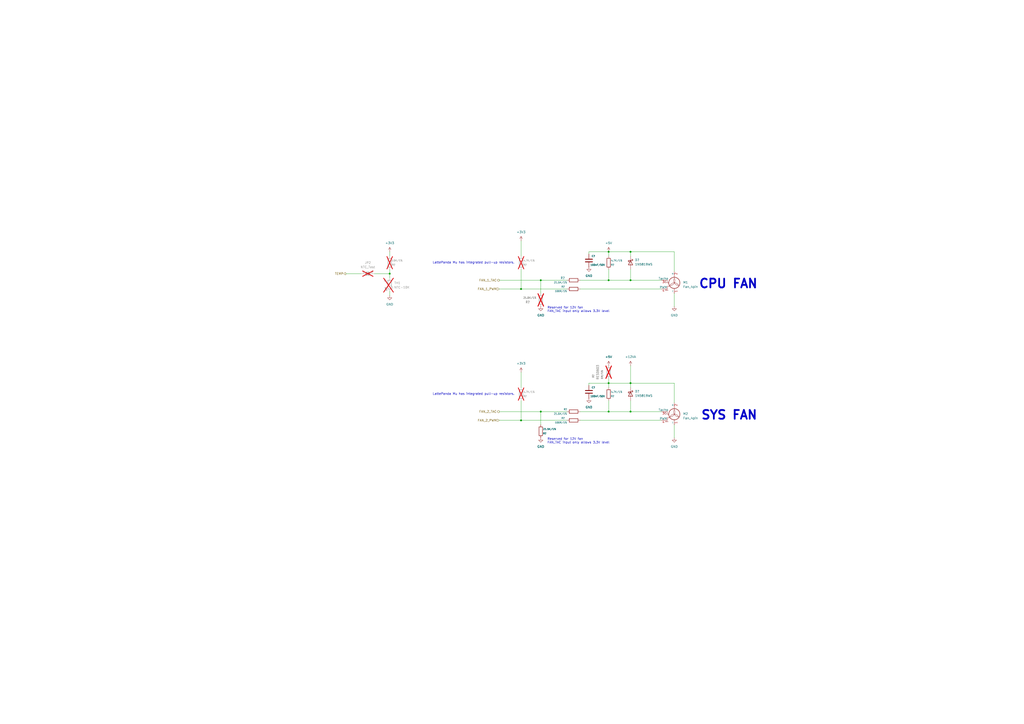
<source format=kicad_sch>
(kicad_sch
	(version 20231120)
	(generator "eeschema")
	(generator_version "8.0")
	(uuid "7d356add-40b5-4cb2-b76f-91f0bd1d6625")
	(paper "A2")
	(title_block
		(title "nvme Carrier for LattePanda Mu")
		(date "2024-05-24")
		(rev "V1.0.6")
	)
	(lib_symbols
		(symbol "Device:C"
			(pin_numbers hide)
			(pin_names
				(offset 0.254)
			)
			(exclude_from_sim no)
			(in_bom yes)
			(on_board yes)
			(property "Reference" "C"
				(at 0.635 2.54 0)
				(effects
					(font
						(size 1.27 1.27)
					)
					(justify left)
				)
			)
			(property "Value" "C"
				(at 0.635 -2.54 0)
				(effects
					(font
						(size 1.27 1.27)
					)
					(justify left)
				)
			)
			(property "Footprint" ""
				(at 0.9652 -3.81 0)
				(effects
					(font
						(size 1.27 1.27)
					)
					(hide yes)
				)
			)
			(property "Datasheet" "~"
				(at 0 0 0)
				(effects
					(font
						(size 1.27 1.27)
					)
					(hide yes)
				)
			)
			(property "Description" "Unpolarized capacitor"
				(at 0 0 0)
				(effects
					(font
						(size 1.27 1.27)
					)
					(hide yes)
				)
			)
			(property "ki_keywords" "cap capacitor"
				(at 0 0 0)
				(effects
					(font
						(size 1.27 1.27)
					)
					(hide yes)
				)
			)
			(property "ki_fp_filters" "C_*"
				(at 0 0 0)
				(effects
					(font
						(size 1.27 1.27)
					)
					(hide yes)
				)
			)
			(symbol "C_0_1"
				(polyline
					(pts
						(xy -2.032 -0.762) (xy 2.032 -0.762)
					)
					(stroke
						(width 0.508)
						(type default)
					)
					(fill
						(type none)
					)
				)
				(polyline
					(pts
						(xy -2.032 0.762) (xy 2.032 0.762)
					)
					(stroke
						(width 0.508)
						(type default)
					)
					(fill
						(type none)
					)
				)
			)
			(symbol "C_1_1"
				(pin passive line
					(at 0 3.81 270)
					(length 2.794)
					(name "~"
						(effects
							(font
								(size 1.27 1.27)
							)
						)
					)
					(number "1"
						(effects
							(font
								(size 1.27 1.27)
							)
						)
					)
				)
				(pin passive line
					(at 0 -3.81 90)
					(length 2.794)
					(name "~"
						(effects
							(font
								(size 1.27 1.27)
							)
						)
					)
					(number "2"
						(effects
							(font
								(size 1.27 1.27)
							)
						)
					)
				)
			)
		)
		(symbol "Device:R"
			(pin_numbers hide)
			(pin_names
				(offset 0)
			)
			(exclude_from_sim no)
			(in_bom yes)
			(on_board yes)
			(property "Reference" "R"
				(at 2.032 0 90)
				(effects
					(font
						(size 1.27 1.27)
					)
				)
			)
			(property "Value" "R"
				(at 0 0 90)
				(effects
					(font
						(size 1.27 1.27)
					)
				)
			)
			(property "Footprint" ""
				(at -1.778 0 90)
				(effects
					(font
						(size 1.27 1.27)
					)
					(hide yes)
				)
			)
			(property "Datasheet" "~"
				(at 0 0 0)
				(effects
					(font
						(size 1.27 1.27)
					)
					(hide yes)
				)
			)
			(property "Description" "Resistor"
				(at 0 0 0)
				(effects
					(font
						(size 1.27 1.27)
					)
					(hide yes)
				)
			)
			(property "ki_keywords" "R res resistor"
				(at 0 0 0)
				(effects
					(font
						(size 1.27 1.27)
					)
					(hide yes)
				)
			)
			(property "ki_fp_filters" "R_*"
				(at 0 0 0)
				(effects
					(font
						(size 1.27 1.27)
					)
					(hide yes)
				)
			)
			(symbol "R_0_1"
				(rectangle
					(start -1.016 -2.54)
					(end 1.016 2.54)
					(stroke
						(width 0.254)
						(type default)
					)
					(fill
						(type none)
					)
				)
			)
			(symbol "R_1_1"
				(pin passive line
					(at 0 3.81 270)
					(length 1.27)
					(name "~"
						(effects
							(font
								(size 1.27 1.27)
							)
						)
					)
					(number "1"
						(effects
							(font
								(size 1.27 1.27)
							)
						)
					)
				)
				(pin passive line
					(at 0 -3.81 90)
					(length 1.27)
					(name "~"
						(effects
							(font
								(size 1.27 1.27)
							)
						)
					)
					(number "2"
						(effects
							(font
								(size 1.27 1.27)
							)
						)
					)
				)
			)
		)
		(symbol "Device:Thermistor_NTC"
			(pin_numbers hide)
			(pin_names
				(offset 0)
			)
			(exclude_from_sim no)
			(in_bom yes)
			(on_board yes)
			(property "Reference" "TH"
				(at -4.445 0 90)
				(effects
					(font
						(size 1.27 1.27)
					)
				)
			)
			(property "Value" "Thermistor_NTC"
				(at 3.175 0 90)
				(effects
					(font
						(size 1.27 1.27)
					)
				)
			)
			(property "Footprint" ""
				(at 0 1.27 0)
				(effects
					(font
						(size 1.27 1.27)
					)
					(hide yes)
				)
			)
			(property "Datasheet" "~"
				(at 0 1.27 0)
				(effects
					(font
						(size 1.27 1.27)
					)
					(hide yes)
				)
			)
			(property "Description" "Temperature dependent resistor, negative temperature coefficient"
				(at 0 0 0)
				(effects
					(font
						(size 1.27 1.27)
					)
					(hide yes)
				)
			)
			(property "ki_keywords" "thermistor NTC resistor sensor RTD"
				(at 0 0 0)
				(effects
					(font
						(size 1.27 1.27)
					)
					(hide yes)
				)
			)
			(property "ki_fp_filters" "*NTC* *Thermistor* PIN?ARRAY* bornier* *Terminal?Block* R_*"
				(at 0 0 0)
				(effects
					(font
						(size 1.27 1.27)
					)
					(hide yes)
				)
			)
			(symbol "Thermistor_NTC_0_1"
				(arc
					(start -3.048 2.159)
					(mid -3.0495 2.3143)
					(end -3.175 2.413)
					(stroke
						(width 0)
						(type default)
					)
					(fill
						(type none)
					)
				)
				(arc
					(start -3.048 2.159)
					(mid -2.9736 1.9794)
					(end -2.794 1.905)
					(stroke
						(width 0)
						(type default)
					)
					(fill
						(type none)
					)
				)
				(arc
					(start -3.048 2.794)
					(mid -2.9736 2.6144)
					(end -2.794 2.54)
					(stroke
						(width 0)
						(type default)
					)
					(fill
						(type none)
					)
				)
				(arc
					(start -2.794 1.905)
					(mid -2.6144 1.9794)
					(end -2.54 2.159)
					(stroke
						(width 0)
						(type default)
					)
					(fill
						(type none)
					)
				)
				(arc
					(start -2.794 2.54)
					(mid -2.4393 2.5587)
					(end -2.159 2.794)
					(stroke
						(width 0)
						(type default)
					)
					(fill
						(type none)
					)
				)
				(arc
					(start -2.794 3.048)
					(mid -2.9736 2.9736)
					(end -3.048 2.794)
					(stroke
						(width 0)
						(type default)
					)
					(fill
						(type none)
					)
				)
				(arc
					(start -2.54 2.794)
					(mid -2.6144 2.9736)
					(end -2.794 3.048)
					(stroke
						(width 0)
						(type default)
					)
					(fill
						(type none)
					)
				)
				(rectangle
					(start -1.016 2.54)
					(end 1.016 -2.54)
					(stroke
						(width 0.254)
						(type default)
					)
					(fill
						(type none)
					)
				)
				(polyline
					(pts
						(xy -2.54 2.159) (xy -2.54 2.794)
					)
					(stroke
						(width 0)
						(type default)
					)
					(fill
						(type none)
					)
				)
				(polyline
					(pts
						(xy -1.778 2.54) (xy -1.778 1.524) (xy 1.778 -1.524) (xy 1.778 -2.54)
					)
					(stroke
						(width 0)
						(type default)
					)
					(fill
						(type none)
					)
				)
				(polyline
					(pts
						(xy -2.54 -3.683) (xy -2.54 -1.397) (xy -2.794 -2.159) (xy -2.286 -2.159) (xy -2.54 -1.397) (xy -2.54 -1.651)
					)
					(stroke
						(width 0)
						(type default)
					)
					(fill
						(type outline)
					)
				)
				(polyline
					(pts
						(xy -1.778 -1.397) (xy -1.778 -3.683) (xy -2.032 -2.921) (xy -1.524 -2.921) (xy -1.778 -3.683)
						(xy -1.778 -3.429)
					)
					(stroke
						(width 0)
						(type default)
					)
					(fill
						(type outline)
					)
				)
			)
			(symbol "Thermistor_NTC_1_1"
				(pin passive line
					(at 0 3.81 270)
					(length 1.27)
					(name "~"
						(effects
							(font
								(size 1.27 1.27)
							)
						)
					)
					(number "1"
						(effects
							(font
								(size 1.27 1.27)
							)
						)
					)
				)
				(pin passive line
					(at 0 -3.81 90)
					(length 1.27)
					(name "~"
						(effects
							(font
								(size 1.27 1.27)
							)
						)
					)
					(number "2"
						(effects
							(font
								(size 1.27 1.27)
							)
						)
					)
				)
			)
		)
		(symbol "Diode:1N5819WS"
			(pin_numbers hide)
			(pin_names
				(offset 1.016) hide)
			(exclude_from_sim no)
			(in_bom yes)
			(on_board yes)
			(property "Reference" "D"
				(at 0 2.54 0)
				(effects
					(font
						(size 1.27 1.27)
					)
				)
			)
			(property "Value" "1N5819WS"
				(at 0 -2.54 0)
				(effects
					(font
						(size 1.27 1.27)
					)
				)
			)
			(property "Footprint" "Diode_SMD:D_SOD-323"
				(at 0 -4.445 0)
				(effects
					(font
						(size 1.27 1.27)
					)
					(hide yes)
				)
			)
			(property "Datasheet" "https://datasheet.lcsc.com/lcsc/2204281430_Guangdong-Hottech-1N5819WS_C191023.pdf"
				(at 0 0 0)
				(effects
					(font
						(size 1.27 1.27)
					)
					(hide yes)
				)
			)
			(property "Description" "40V 600mV@1A 1A SOD-323 Schottky Barrier Diodes, SOD-323"
				(at 0 0 0)
				(effects
					(font
						(size 1.27 1.27)
					)
					(hide yes)
				)
			)
			(property "ki_keywords" "diode Schottky"
				(at 0 0 0)
				(effects
					(font
						(size 1.27 1.27)
					)
					(hide yes)
				)
			)
			(property "ki_fp_filters" "D*SOD?323*"
				(at 0 0 0)
				(effects
					(font
						(size 1.27 1.27)
					)
					(hide yes)
				)
			)
			(symbol "1N5819WS_0_1"
				(polyline
					(pts
						(xy 1.27 0) (xy -1.27 0)
					)
					(stroke
						(width 0)
						(type default)
					)
					(fill
						(type none)
					)
				)
				(polyline
					(pts
						(xy 1.27 1.27) (xy 1.27 -1.27) (xy -1.27 0) (xy 1.27 1.27)
					)
					(stroke
						(width 0.254)
						(type default)
					)
					(fill
						(type none)
					)
				)
				(polyline
					(pts
						(xy -1.905 0.635) (xy -1.905 1.27) (xy -1.27 1.27) (xy -1.27 -1.27) (xy -0.635 -1.27) (xy -0.635 -0.635)
					)
					(stroke
						(width 0.254)
						(type default)
					)
					(fill
						(type none)
					)
				)
			)
			(symbol "1N5819WS_1_1"
				(pin passive line
					(at -3.81 0 0)
					(length 2.54)
					(name "K"
						(effects
							(font
								(size 1.27 1.27)
							)
						)
					)
					(number "1"
						(effects
							(font
								(size 1.27 1.27)
							)
						)
					)
				)
				(pin passive line
					(at 3.81 0 180)
					(length 2.54)
					(name "A"
						(effects
							(font
								(size 1.27 1.27)
							)
						)
					)
					(number "2"
						(effects
							(font
								(size 1.27 1.27)
							)
						)
					)
				)
			)
		)
		(symbol "Jumper:SolderJumper_2_Open"
			(pin_names
				(offset 0) hide)
			(exclude_from_sim no)
			(in_bom yes)
			(on_board yes)
			(property "Reference" "JP"
				(at 0 2.032 0)
				(effects
					(font
						(size 1.27 1.27)
					)
				)
			)
			(property "Value" "SolderJumper_2_Open"
				(at 0 -2.54 0)
				(effects
					(font
						(size 1.27 1.27)
					)
				)
			)
			(property "Footprint" ""
				(at 0 0 0)
				(effects
					(font
						(size 1.27 1.27)
					)
					(hide yes)
				)
			)
			(property "Datasheet" "~"
				(at 0 0 0)
				(effects
					(font
						(size 1.27 1.27)
					)
					(hide yes)
				)
			)
			(property "Description" "Solder Jumper, 2-pole, open"
				(at 0 0 0)
				(effects
					(font
						(size 1.27 1.27)
					)
					(hide yes)
				)
			)
			(property "ki_keywords" "solder jumper SPST"
				(at 0 0 0)
				(effects
					(font
						(size 1.27 1.27)
					)
					(hide yes)
				)
			)
			(property "ki_fp_filters" "SolderJumper*Open*"
				(at 0 0 0)
				(effects
					(font
						(size 1.27 1.27)
					)
					(hide yes)
				)
			)
			(symbol "SolderJumper_2_Open_0_1"
				(arc
					(start -0.254 1.016)
					(mid -1.2656 0)
					(end -0.254 -1.016)
					(stroke
						(width 0)
						(type default)
					)
					(fill
						(type none)
					)
				)
				(arc
					(start -0.254 1.016)
					(mid -1.2656 0)
					(end -0.254 -1.016)
					(stroke
						(width 0)
						(type default)
					)
					(fill
						(type outline)
					)
				)
				(polyline
					(pts
						(xy -0.254 1.016) (xy -0.254 -1.016)
					)
					(stroke
						(width 0)
						(type default)
					)
					(fill
						(type none)
					)
				)
				(polyline
					(pts
						(xy 0.254 1.016) (xy 0.254 -1.016)
					)
					(stroke
						(width 0)
						(type default)
					)
					(fill
						(type none)
					)
				)
				(arc
					(start 0.254 -1.016)
					(mid 1.2656 0)
					(end 0.254 1.016)
					(stroke
						(width 0)
						(type default)
					)
					(fill
						(type none)
					)
				)
				(arc
					(start 0.254 -1.016)
					(mid 1.2656 0)
					(end 0.254 1.016)
					(stroke
						(width 0)
						(type default)
					)
					(fill
						(type outline)
					)
				)
			)
			(symbol "SolderJumper_2_Open_1_1"
				(pin passive line
					(at -3.81 0 0)
					(length 2.54)
					(name "A"
						(effects
							(font
								(size 1.27 1.27)
							)
						)
					)
					(number "1"
						(effects
							(font
								(size 1.27 1.27)
							)
						)
					)
				)
				(pin passive line
					(at 3.81 0 180)
					(length 2.54)
					(name "B"
						(effects
							(font
								(size 1.27 1.27)
							)
						)
					)
					(number "2"
						(effects
							(font
								(size 1.27 1.27)
							)
						)
					)
				)
			)
		)
		(symbol "Motor:Fan_4pin"
			(pin_names
				(offset 0)
			)
			(exclude_from_sim no)
			(in_bom yes)
			(on_board yes)
			(property "Reference" "M"
				(at 2.54 5.08 0)
				(effects
					(font
						(size 1.27 1.27)
					)
					(justify left)
				)
			)
			(property "Value" "Fan_4pin"
				(at 2.54 -2.54 0)
				(effects
					(font
						(size 1.27 1.27)
					)
					(justify left top)
				)
			)
			(property "Footprint" ""
				(at 0 0.254 0)
				(effects
					(font
						(size 1.27 1.27)
					)
					(hide yes)
				)
			)
			(property "Datasheet" "http://www.formfactors.org/developer%5Cspecs%5Crev1_2_public.pdf"
				(at 0 0.254 0)
				(effects
					(font
						(size 1.27 1.27)
					)
					(hide yes)
				)
			)
			(property "Description" "Fan, tacho output, PWM input, 4-pin connector"
				(at 0 0 0)
				(effects
					(font
						(size 1.27 1.27)
					)
					(hide yes)
				)
			)
			(property "ki_keywords" "Fan Motor tacho PWM"
				(at 0 0 0)
				(effects
					(font
						(size 1.27 1.27)
					)
					(hide yes)
				)
			)
			(property "ki_fp_filters" "FanPinHeader*P2.54mm*Vertical* PinHeader*P2.54mm*Vertical* TerminalBlock*"
				(at 0 0 0)
				(effects
					(font
						(size 1.27 1.27)
					)
					(hide yes)
				)
			)
			(symbol "Fan_4pin_0_0"
				(arc
					(start -5.588 1.524)
					(mid -5.08 1.0182)
					(end -4.572 1.524)
					(stroke
						(width 0)
						(type default)
					)
					(fill
						(type none)
					)
				)
				(arc
					(start -5.08 2.032)
					(mid -5.4392 1.8832)
					(end -5.588 1.524)
					(stroke
						(width 0)
						(type default)
					)
					(fill
						(type none)
					)
				)
				(polyline
					(pts
						(xy -5.08 2.032) (xy -5.334 2.159)
					)
					(stroke
						(width 0)
						(type default)
					)
					(fill
						(type none)
					)
				)
				(polyline
					(pts
						(xy -5.08 2.032) (xy -5.207 1.778)
					)
					(stroke
						(width 0)
						(type default)
					)
					(fill
						(type none)
					)
				)
				(polyline
					(pts
						(xy -4.064 2.54) (xy -4.064 1.016) (xy -3.302 1.016)
					)
					(stroke
						(width 0)
						(type default)
					)
					(fill
						(type none)
					)
				)
			)
			(symbol "Fan_4pin_0_1"
				(arc
					(start -2.54 -0.508)
					(mid 0.0028 0.9121)
					(end 0 3.81)
					(stroke
						(width 0)
						(type default)
					)
					(fill
						(type none)
					)
				)
				(polyline
					(pts
						(xy -4.064 2.54) (xy -5.08 2.54)
					)
					(stroke
						(width 0)
						(type default)
					)
					(fill
						(type none)
					)
				)
				(polyline
					(pts
						(xy 0 -5.08) (xy 0 -4.572)
					)
					(stroke
						(width 0)
						(type default)
					)
					(fill
						(type none)
					)
				)
				(polyline
					(pts
						(xy 0 -2.2352) (xy 0 -2.6416)
					)
					(stroke
						(width 0)
						(type default)
					)
					(fill
						(type none)
					)
				)
				(polyline
					(pts
						(xy 0 4.2672) (xy 0 4.6228)
					)
					(stroke
						(width 0)
						(type default)
					)
					(fill
						(type none)
					)
				)
				(polyline
					(pts
						(xy 0 4.572) (xy 0 5.08)
					)
					(stroke
						(width 0)
						(type default)
					)
					(fill
						(type none)
					)
				)
				(polyline
					(pts
						(xy -2.54 -1.016) (xy -4.064 -1.016) (xy -4.064 -2.54) (xy -5.08 -2.54)
					)
					(stroke
						(width 0)
						(type default)
					)
					(fill
						(type none)
					)
				)
				(polyline
					(pts
						(xy -5.334 -3.302) (xy -5.08 -3.302) (xy -5.08 -3.048) (xy -4.826 -3.048) (xy -4.826 -3.302) (xy -4.318 -3.302)
						(xy -4.318 -3.048) (xy -4.064 -3.048) (xy -4.064 -3.302) (xy -3.556 -3.302)
					)
					(stroke
						(width 0)
						(type default)
					)
					(fill
						(type none)
					)
				)
				(circle
					(center 0 1.016)
					(radius 3.2512)
					(stroke
						(width 0.254)
						(type default)
					)
					(fill
						(type none)
					)
				)
				(arc
					(start 0 3.81)
					(mid 0.053 0.921)
					(end 2.54 -0.508)
					(stroke
						(width 0)
						(type default)
					)
					(fill
						(type none)
					)
				)
				(arc
					(start 2.54 -0.508)
					(mid 0 1.0618)
					(end -2.54 -0.508)
					(stroke
						(width 0)
						(type default)
					)
					(fill
						(type none)
					)
				)
			)
			(symbol "Fan_4pin_1_1"
				(pin passive line
					(at 0 -5.08 90)
					(length 2.54)
					(name "-"
						(effects
							(font
								(size 1.27 1.27)
							)
						)
					)
					(number "1"
						(effects
							(font
								(size 1.27 1.27)
							)
						)
					)
				)
				(pin passive line
					(at 0 7.62 270)
					(length 2.54)
					(name "+"
						(effects
							(font
								(size 1.27 1.27)
							)
						)
					)
					(number "2"
						(effects
							(font
								(size 1.27 1.27)
							)
						)
					)
				)
				(pin passive line
					(at -7.62 2.54 0)
					(length 2.54)
					(name "Tacho"
						(effects
							(font
								(size 1.27 1.27)
							)
						)
					)
					(number "3"
						(effects
							(font
								(size 1.27 1.27)
							)
						)
					)
				)
				(pin input line
					(at -7.62 -2.54 0)
					(length 2.54)
					(name "PWM"
						(effects
							(font
								(size 1.27 1.27)
							)
						)
					)
					(number "4"
						(effects
							(font
								(size 1.27 1.27)
							)
						)
					)
				)
			)
		)
		(symbol "power:+12V"
			(power)
			(pin_numbers hide)
			(pin_names
				(offset 0) hide)
			(exclude_from_sim no)
			(in_bom yes)
			(on_board yes)
			(property "Reference" "#PWR"
				(at 0 -3.81 0)
				(effects
					(font
						(size 1.27 1.27)
					)
					(hide yes)
				)
			)
			(property "Value" "+12V"
				(at 0 3.556 0)
				(effects
					(font
						(size 1.27 1.27)
					)
				)
			)
			(property "Footprint" ""
				(at 0 0 0)
				(effects
					(font
						(size 1.27 1.27)
					)
					(hide yes)
				)
			)
			(property "Datasheet" ""
				(at 0 0 0)
				(effects
					(font
						(size 1.27 1.27)
					)
					(hide yes)
				)
			)
			(property "Description" "Power symbol creates a global label with name \"+12V\""
				(at 0 0 0)
				(effects
					(font
						(size 1.27 1.27)
					)
					(hide yes)
				)
			)
			(property "ki_keywords" "global power"
				(at 0 0 0)
				(effects
					(font
						(size 1.27 1.27)
					)
					(hide yes)
				)
			)
			(symbol "+12V_0_1"
				(polyline
					(pts
						(xy -0.762 1.27) (xy 0 2.54)
					)
					(stroke
						(width 0)
						(type default)
					)
					(fill
						(type none)
					)
				)
				(polyline
					(pts
						(xy 0 0) (xy 0 2.54)
					)
					(stroke
						(width 0)
						(type default)
					)
					(fill
						(type none)
					)
				)
				(polyline
					(pts
						(xy 0 2.54) (xy 0.762 1.27)
					)
					(stroke
						(width 0)
						(type default)
					)
					(fill
						(type none)
					)
				)
			)
			(symbol "+12V_1_1"
				(pin power_in line
					(at 0 0 90)
					(length 0)
					(name "~"
						(effects
							(font
								(size 1.27 1.27)
							)
						)
					)
					(number "1"
						(effects
							(font
								(size 1.27 1.27)
							)
						)
					)
				)
			)
		)
		(symbol "power:+3V3"
			(power)
			(pin_numbers hide)
			(pin_names
				(offset 0) hide)
			(exclude_from_sim no)
			(in_bom yes)
			(on_board yes)
			(property "Reference" "#PWR"
				(at 0 -3.81 0)
				(effects
					(font
						(size 1.27 1.27)
					)
					(hide yes)
				)
			)
			(property "Value" "+3V3"
				(at 0 3.556 0)
				(effects
					(font
						(size 1.27 1.27)
					)
				)
			)
			(property "Footprint" ""
				(at 0 0 0)
				(effects
					(font
						(size 1.27 1.27)
					)
					(hide yes)
				)
			)
			(property "Datasheet" ""
				(at 0 0 0)
				(effects
					(font
						(size 1.27 1.27)
					)
					(hide yes)
				)
			)
			(property "Description" "Power symbol creates a global label with name \"+3V3\""
				(at 0 0 0)
				(effects
					(font
						(size 1.27 1.27)
					)
					(hide yes)
				)
			)
			(property "ki_keywords" "global power"
				(at 0 0 0)
				(effects
					(font
						(size 1.27 1.27)
					)
					(hide yes)
				)
			)
			(symbol "+3V3_0_1"
				(polyline
					(pts
						(xy -0.762 1.27) (xy 0 2.54)
					)
					(stroke
						(width 0)
						(type default)
					)
					(fill
						(type none)
					)
				)
				(polyline
					(pts
						(xy 0 0) (xy 0 2.54)
					)
					(stroke
						(width 0)
						(type default)
					)
					(fill
						(type none)
					)
				)
				(polyline
					(pts
						(xy 0 2.54) (xy 0.762 1.27)
					)
					(stroke
						(width 0)
						(type default)
					)
					(fill
						(type none)
					)
				)
			)
			(symbol "+3V3_1_1"
				(pin power_in line
					(at 0 0 90)
					(length 0)
					(name "~"
						(effects
							(font
								(size 1.27 1.27)
							)
						)
					)
					(number "1"
						(effects
							(font
								(size 1.27 1.27)
							)
						)
					)
				)
			)
		)
		(symbol "power:+5V"
			(power)
			(pin_numbers hide)
			(pin_names
				(offset 0) hide)
			(exclude_from_sim no)
			(in_bom yes)
			(on_board yes)
			(property "Reference" "#PWR"
				(at 0 -3.81 0)
				(effects
					(font
						(size 1.27 1.27)
					)
					(hide yes)
				)
			)
			(property "Value" "+5V"
				(at 0 3.556 0)
				(effects
					(font
						(size 1.27 1.27)
					)
				)
			)
			(property "Footprint" ""
				(at 0 0 0)
				(effects
					(font
						(size 1.27 1.27)
					)
					(hide yes)
				)
			)
			(property "Datasheet" ""
				(at 0 0 0)
				(effects
					(font
						(size 1.27 1.27)
					)
					(hide yes)
				)
			)
			(property "Description" "Power symbol creates a global label with name \"+5V\""
				(at 0 0 0)
				(effects
					(font
						(size 1.27 1.27)
					)
					(hide yes)
				)
			)
			(property "ki_keywords" "global power"
				(at 0 0 0)
				(effects
					(font
						(size 1.27 1.27)
					)
					(hide yes)
				)
			)
			(symbol "+5V_0_1"
				(polyline
					(pts
						(xy -0.762 1.27) (xy 0 2.54)
					)
					(stroke
						(width 0)
						(type default)
					)
					(fill
						(type none)
					)
				)
				(polyline
					(pts
						(xy 0 0) (xy 0 2.54)
					)
					(stroke
						(width 0)
						(type default)
					)
					(fill
						(type none)
					)
				)
				(polyline
					(pts
						(xy 0 2.54) (xy 0.762 1.27)
					)
					(stroke
						(width 0)
						(type default)
					)
					(fill
						(type none)
					)
				)
			)
			(symbol "+5V_1_1"
				(pin power_in line
					(at 0 0 90)
					(length 0)
					(name "~"
						(effects
							(font
								(size 1.27 1.27)
							)
						)
					)
					(number "1"
						(effects
							(font
								(size 1.27 1.27)
							)
						)
					)
				)
			)
		)
		(symbol "power:GND"
			(power)
			(pin_numbers hide)
			(pin_names
				(offset 0) hide)
			(exclude_from_sim no)
			(in_bom yes)
			(on_board yes)
			(property "Reference" "#PWR"
				(at 0 -6.35 0)
				(effects
					(font
						(size 1.27 1.27)
					)
					(hide yes)
				)
			)
			(property "Value" "GND"
				(at 0 -3.81 0)
				(effects
					(font
						(size 1.27 1.27)
					)
				)
			)
			(property "Footprint" ""
				(at 0 0 0)
				(effects
					(font
						(size 1.27 1.27)
					)
					(hide yes)
				)
			)
			(property "Datasheet" ""
				(at 0 0 0)
				(effects
					(font
						(size 1.27 1.27)
					)
					(hide yes)
				)
			)
			(property "Description" "Power symbol creates a global label with name \"GND\" , ground"
				(at 0 0 0)
				(effects
					(font
						(size 1.27 1.27)
					)
					(hide yes)
				)
			)
			(property "ki_keywords" "global power"
				(at 0 0 0)
				(effects
					(font
						(size 1.27 1.27)
					)
					(hide yes)
				)
			)
			(symbol "GND_0_1"
				(polyline
					(pts
						(xy 0 0) (xy 0 -1.27) (xy 1.27 -1.27) (xy 0 -2.54) (xy -1.27 -1.27) (xy 0 -1.27)
					)
					(stroke
						(width 0)
						(type default)
					)
					(fill
						(type none)
					)
				)
			)
			(symbol "GND_1_1"
				(pin power_in line
					(at 0 0 270)
					(length 0)
					(name "~"
						(effects
							(font
								(size 1.27 1.27)
							)
						)
					)
					(number "1"
						(effects
							(font
								(size 1.27 1.27)
							)
						)
					)
				)
			)
		)
	)
	(junction
		(at 353.06 238.76)
		(diameter 0)
		(color 0 0 0 0)
		(uuid "0473e8e0-44c2-408d-9804-7bf106da9cfb")
	)
	(junction
		(at 353.06 146.05)
		(diameter 0)
		(color 0 0 0 0)
		(uuid "15a4e817-6692-4529-83d1-3fc32521f6ea")
	)
	(junction
		(at 313.69 162.56)
		(diameter 0)
		(color 0 0 0 0)
		(uuid "32674059-37b6-4525-88a8-5da1d860b006")
	)
	(junction
		(at 365.76 146.05)
		(diameter 0)
		(color 0 0 0 0)
		(uuid "3d072524-5b38-4259-9721-1f82e8d50c30")
	)
	(junction
		(at 365.76 222.25)
		(diameter 0)
		(color 0 0 0 0)
		(uuid "4786bc17-54eb-4748-af25-64f3b391ab0f")
	)
	(junction
		(at 302.26 167.64)
		(diameter 0)
		(color 0 0 0 0)
		(uuid "4a9a1d2a-766e-41ad-8be6-fb2955c3ab40")
	)
	(junction
		(at 353.06 222.25)
		(diameter 0)
		(color 0 0 0 0)
		(uuid "56c8536d-0e79-4704-9b6b-5b6356914be9")
	)
	(junction
		(at 302.26 243.84)
		(diameter 0)
		(color 0 0 0 0)
		(uuid "86ad717a-afdd-4947-95be-9e87b350e7e0")
	)
	(junction
		(at 365.76 162.56)
		(diameter 0)
		(color 0 0 0 0)
		(uuid "ac75a393-4e6d-41f8-9734-a09f6af29b2c")
	)
	(junction
		(at 353.06 162.56)
		(diameter 0)
		(color 0 0 0 0)
		(uuid "be52d21c-cfae-4fca-a359-49d04e15d895")
	)
	(junction
		(at 226.06 158.75)
		(diameter 0)
		(color 0 0 0 0)
		(uuid "c6758ce2-c315-45d8-a3d4-b0f259f7176b")
	)
	(junction
		(at 365.76 238.76)
		(diameter 0)
		(color 0 0 0 0)
		(uuid "e13ac3fe-24d9-4b06-b701-cafd377e07b7")
	)
	(junction
		(at 313.69 238.76)
		(diameter 0)
		(color 0 0 0 0)
		(uuid "f85558b0-f126-4bfe-96bd-99aef8e9cf88")
	)
	(wire
		(pts
			(xy 341.63 222.25) (xy 353.06 222.25)
		)
		(stroke
			(width 0)
			(type default)
		)
		(uuid "0e365ddb-4fb4-4c50-b9cb-2258fd109a20")
	)
	(wire
		(pts
			(xy 226.06 146.05) (xy 226.06 148.59)
		)
		(stroke
			(width 0)
			(type default)
		)
		(uuid "1596aee1-c607-499a-9aeb-3f96151aaa11")
	)
	(wire
		(pts
			(xy 365.76 146.05) (xy 353.06 146.05)
		)
		(stroke
			(width 0)
			(type default)
		)
		(uuid "16ed2779-d609-4461-b2ea-4a8ad4fc1b6e")
	)
	(wire
		(pts
			(xy 336.55 162.56) (xy 353.06 162.56)
		)
		(stroke
			(width 0)
			(type default)
		)
		(uuid "1e0f6203-0042-414a-b05a-2aaca459794a")
	)
	(wire
		(pts
			(xy 289.56 167.64) (xy 302.26 167.64)
		)
		(stroke
			(width 0)
			(type default)
		)
		(uuid "23a39828-6977-49c6-9e89-0c729c3adebe")
	)
	(wire
		(pts
			(xy 353.06 238.76) (xy 365.76 238.76)
		)
		(stroke
			(width 0)
			(type default)
		)
		(uuid "24193a2d-e8d9-41a2-b15a-0696d5689455")
	)
	(wire
		(pts
			(xy 302.26 215.9) (xy 302.26 224.79)
		)
		(stroke
			(width 0)
			(type default)
		)
		(uuid "2993aed5-ba16-4f36-8cf5-7ecdbdb7f7ad")
	)
	(wire
		(pts
			(xy 302.26 167.64) (xy 328.93 167.64)
		)
		(stroke
			(width 0)
			(type default)
		)
		(uuid "2f6813ab-d9a2-460b-9bcb-ba216726e893")
	)
	(wire
		(pts
			(xy 289.56 162.56) (xy 313.69 162.56)
		)
		(stroke
			(width 0)
			(type default)
		)
		(uuid "35dcf194-dd9d-4636-9111-cc4654f3871a")
	)
	(wire
		(pts
			(xy 313.69 238.76) (xy 313.69 246.38)
		)
		(stroke
			(width 0)
			(type default)
		)
		(uuid "3b008286-dd48-44b3-b202-ad6921decb22")
	)
	(wire
		(pts
			(xy 391.16 222.25) (xy 365.76 222.25)
		)
		(stroke
			(width 0)
			(type default)
		)
		(uuid "405a0b7d-e982-4830-a03d-aa606519016e")
	)
	(wire
		(pts
			(xy 365.76 224.79) (xy 365.76 222.25)
		)
		(stroke
			(width 0)
			(type default)
		)
		(uuid "489b0a79-f8cf-4d46-a52b-d8d58941773b")
	)
	(wire
		(pts
			(xy 383.54 238.76) (xy 365.76 238.76)
		)
		(stroke
			(width 0)
			(type default)
		)
		(uuid "493d0bdd-1c68-4c3c-9a2d-97a32ab48271")
	)
	(wire
		(pts
			(xy 302.26 243.84) (xy 328.93 243.84)
		)
		(stroke
			(width 0)
			(type default)
		)
		(uuid "4f3cb50b-bea1-48a1-b04d-587348839dfc")
	)
	(wire
		(pts
			(xy 353.06 219.71) (xy 353.06 222.25)
		)
		(stroke
			(width 0)
			(type default)
		)
		(uuid "584f0d0f-6bcd-420d-9395-e4baf0b391ad")
	)
	(wire
		(pts
			(xy 391.16 170.18) (xy 391.16 177.8)
		)
		(stroke
			(width 0)
			(type default)
		)
		(uuid "59dbb768-609e-4203-86b0-3c1761c2912d")
	)
	(wire
		(pts
			(xy 341.63 147.32) (xy 341.63 146.05)
		)
		(stroke
			(width 0)
			(type default)
		)
		(uuid "6028451d-cef0-43d2-85e4-3c662912a890")
	)
	(wire
		(pts
			(xy 353.06 146.05) (xy 353.06 148.59)
		)
		(stroke
			(width 0)
			(type default)
		)
		(uuid "69221243-993c-47cc-92d3-93e8bee40699")
	)
	(wire
		(pts
			(xy 226.06 168.91) (xy 226.06 171.45)
		)
		(stroke
			(width 0)
			(type default)
		)
		(uuid "6a34dd56-9890-496d-8a20-4cb78200e973")
	)
	(wire
		(pts
			(xy 336.55 238.76) (xy 353.06 238.76)
		)
		(stroke
			(width 0)
			(type default)
		)
		(uuid "7491cbe6-9007-4c9e-87a3-d4841f96b289")
	)
	(wire
		(pts
			(xy 313.69 162.56) (xy 328.93 162.56)
		)
		(stroke
			(width 0)
			(type default)
		)
		(uuid "7784829a-991c-446b-9221-ea8a7c2bec46")
	)
	(wire
		(pts
			(xy 200.66 158.75) (xy 209.55 158.75)
		)
		(stroke
			(width 0)
			(type default)
		)
		(uuid "7a8e76c6-764e-4229-b4eb-30738cf8de1d")
	)
	(wire
		(pts
			(xy 365.76 162.56) (xy 365.76 156.21)
		)
		(stroke
			(width 0)
			(type default)
		)
		(uuid "7b18afdd-0d85-48d0-95a7-00010359221c")
	)
	(wire
		(pts
			(xy 365.76 238.76) (xy 365.76 232.41)
		)
		(stroke
			(width 0)
			(type default)
		)
		(uuid "7c391055-7a7a-420e-b472-19800703cd26")
	)
	(wire
		(pts
			(xy 289.56 238.76) (xy 313.69 238.76)
		)
		(stroke
			(width 0)
			(type default)
		)
		(uuid "7d61000c-6347-4b9b-a8b3-b637e77c3851")
	)
	(wire
		(pts
			(xy 226.06 156.21) (xy 226.06 158.75)
		)
		(stroke
			(width 0)
			(type default)
		)
		(uuid "88f99636-7696-46e2-9ce2-ac1a67c3f522")
	)
	(wire
		(pts
			(xy 336.55 167.64) (xy 383.54 167.64)
		)
		(stroke
			(width 0)
			(type default)
		)
		(uuid "8de3511a-38e2-46eb-bea2-eafd46663e47")
	)
	(wire
		(pts
			(xy 365.76 222.25) (xy 353.06 222.25)
		)
		(stroke
			(width 0)
			(type default)
		)
		(uuid "94c6d71b-2495-420e-b53e-309edebb94e5")
	)
	(wire
		(pts
			(xy 353.06 222.25) (xy 353.06 224.79)
		)
		(stroke
			(width 0)
			(type default)
		)
		(uuid "9b3584e9-e2c0-4b6a-8d0e-5d938468aeea")
	)
	(wire
		(pts
			(xy 313.69 162.56) (xy 313.69 170.18)
		)
		(stroke
			(width 0)
			(type default)
		)
		(uuid "9e9d5a3e-4dfb-40b8-a1e3-8c149bfa2118")
	)
	(wire
		(pts
			(xy 391.16 246.38) (xy 391.16 254)
		)
		(stroke
			(width 0)
			(type default)
		)
		(uuid "9eed66b1-4bd7-499f-a9fd-2c307aef1059")
	)
	(wire
		(pts
			(xy 341.63 223.52) (xy 341.63 222.25)
		)
		(stroke
			(width 0)
			(type default)
		)
		(uuid "b576c84e-b1fb-4911-9762-42adfd24b7f9")
	)
	(wire
		(pts
			(xy 391.16 233.68) (xy 391.16 222.25)
		)
		(stroke
			(width 0)
			(type default)
		)
		(uuid "baed397a-1c6a-4533-97c0-6b65b9f781b3")
	)
	(wire
		(pts
			(xy 391.16 146.05) (xy 365.76 146.05)
		)
		(stroke
			(width 0)
			(type default)
		)
		(uuid "bb4ee726-a867-40df-8ad8-a31bed3cc33f")
	)
	(wire
		(pts
			(xy 313.69 238.76) (xy 328.93 238.76)
		)
		(stroke
			(width 0)
			(type default)
		)
		(uuid "bb82b882-f5bb-4072-883c-84fb1dbf4118")
	)
	(wire
		(pts
			(xy 302.26 139.7) (xy 302.26 148.59)
		)
		(stroke
			(width 0)
			(type default)
		)
		(uuid "c8ac8759-1c1f-4105-b0f9-f1af349e4cf4")
	)
	(wire
		(pts
			(xy 365.76 148.59) (xy 365.76 146.05)
		)
		(stroke
			(width 0)
			(type default)
		)
		(uuid "c9204b88-dd2d-4aa3-91e2-e6c2e2a6b25b")
	)
	(wire
		(pts
			(xy 353.06 232.41) (xy 353.06 238.76)
		)
		(stroke
			(width 0)
			(type default)
		)
		(uuid "d0ea7133-5fcd-43ff-b8e8-418671e27dfb")
	)
	(wire
		(pts
			(xy 217.17 158.75) (xy 226.06 158.75)
		)
		(stroke
			(width 0)
			(type default)
		)
		(uuid "d24d9f57-0c3a-41af-9f29-46dc92849520")
	)
	(wire
		(pts
			(xy 391.16 157.48) (xy 391.16 146.05)
		)
		(stroke
			(width 0)
			(type default)
		)
		(uuid "d406cfb0-de1d-4b4b-b1de-0258ed26274f")
	)
	(wire
		(pts
			(xy 226.06 158.75) (xy 226.06 161.29)
		)
		(stroke
			(width 0)
			(type default)
		)
		(uuid "d42eb950-631c-4d5e-95fe-58ea4a6436aa")
	)
	(wire
		(pts
			(xy 302.26 156.21) (xy 302.26 167.64)
		)
		(stroke
			(width 0)
			(type default)
		)
		(uuid "d4bb4515-aeae-40fd-bd6b-f572b1e65d3a")
	)
	(wire
		(pts
			(xy 383.54 162.56) (xy 365.76 162.56)
		)
		(stroke
			(width 0)
			(type default)
		)
		(uuid "d5b1d8ee-2e88-4900-bf72-333b571b708f")
	)
	(wire
		(pts
			(xy 289.56 243.84) (xy 302.26 243.84)
		)
		(stroke
			(width 0)
			(type default)
		)
		(uuid "d5bae376-0952-4431-aa86-fe8ef213593a")
	)
	(wire
		(pts
			(xy 353.06 156.21) (xy 353.06 162.56)
		)
		(stroke
			(width 0)
			(type default)
		)
		(uuid "d7bd63f0-b2c7-4f0e-82b2-a83d973b85c5")
	)
	(wire
		(pts
			(xy 353.06 162.56) (xy 365.76 162.56)
		)
		(stroke
			(width 0)
			(type default)
		)
		(uuid "e4859730-742b-4b73-ac6c-c68a1e50939e")
	)
	(wire
		(pts
			(xy 365.76 212.09) (xy 365.76 222.25)
		)
		(stroke
			(width 0)
			(type default)
		)
		(uuid "e782ff5d-8fd3-4814-aaf2-88cbb645f98a")
	)
	(wire
		(pts
			(xy 341.63 146.05) (xy 353.06 146.05)
		)
		(stroke
			(width 0)
			(type default)
		)
		(uuid "f0e443aa-c8a4-450f-a7d7-475c5c64bcbb")
	)
	(wire
		(pts
			(xy 336.55 243.84) (xy 383.54 243.84)
		)
		(stroke
			(width 0)
			(type default)
		)
		(uuid "fb1c68e2-ac16-4550-9072-023efaf5a2ed")
	)
	(wire
		(pts
			(xy 302.26 232.41) (xy 302.26 243.84)
		)
		(stroke
			(width 0)
			(type default)
		)
		(uuid "fe093fad-33e9-41af-b331-8a52c1353528")
	)
	(text "CPU FAN"
		(exclude_from_sim no)
		(at 405.13 167.64 0)
		(effects
			(font
				(size 5.08 5.08)
				(bold yes)
			)
			(justify left bottom)
		)
		(uuid "0aca89f5-d4ff-4d5d-b474-dc28ca04a88f")
	)
	(text "SYS FAN"
		(exclude_from_sim no)
		(at 406.4 243.84 0)
		(effects
			(font
				(size 5.08 5.08)
				(bold yes)
			)
			(justify left bottom)
		)
		(uuid "49b31d8b-2d4b-4839-ba17-a2fee855196a")
	)
	(text "Reserved for 12V fan\nFAN_TAC input only allows 3.3V level"
		(exclude_from_sim no)
		(at 317.5 254 0)
		(effects
			(font
				(size 1.27 1.27)
			)
			(justify left top)
		)
		(uuid "4b61d3e6-f011-40e7-93a1-b56efe8d6b63")
	)
	(text "LattePanda Mu has integrated pull-up resistors."
		(exclude_from_sim no)
		(at 298.45 152.4 0)
		(effects
			(font
				(size 1.27 1.27)
			)
			(justify right)
		)
		(uuid "4f1305b3-949e-4114-be2c-32f94205aef1")
	)
	(text "LattePanda Mu has integrated pull-up resistors."
		(exclude_from_sim no)
		(at 298.45 228.6 0)
		(effects
			(font
				(size 1.27 1.27)
			)
			(justify right)
		)
		(uuid "70c493bf-7383-4d9e-9499-d6e819ff96e3")
	)
	(text "Reserved for 12V fan\nFAN_TAC input only allows 3.3V level"
		(exclude_from_sim no)
		(at 317.5 177.8 0)
		(effects
			(font
				(size 1.27 1.27)
			)
			(justify left top)
		)
		(uuid "92ae311b-415e-4272-aab4-eb70c3824353")
	)
	(hierarchical_label "FAN_1_TAC"
		(shape output)
		(at 289.56 162.56 180)
		(fields_autoplaced yes)
		(effects
			(font
				(size 1.27 1.27)
			)
			(justify right)
		)
		(uuid "02cb7d15-a8a7-466d-bb27-09f813a3c770")
	)
	(hierarchical_label "FAN_1_PWM"
		(shape input)
		(at 289.56 167.64 180)
		(fields_autoplaced yes)
		(effects
			(font
				(size 1.27 1.27)
			)
			(justify right)
		)
		(uuid "228b8876-fb7f-40bb-9329-725c0c4da964")
	)
	(hierarchical_label "TEMP"
		(shape output)
		(at 200.66 158.75 180)
		(fields_autoplaced yes)
		(effects
			(font
				(size 1.27 1.27)
			)
			(justify right)
		)
		(uuid "50f3aa96-780e-4440-8e3f-d23eb2273f28")
	)
	(hierarchical_label "FAN_2_PWM"
		(shape input)
		(at 289.56 243.84 180)
		(fields_autoplaced yes)
		(effects
			(font
				(size 1.27 1.27)
			)
			(justify right)
		)
		(uuid "dae23199-c056-4c8a-a118-065d15749312")
	)
	(hierarchical_label "FAN_2_TAC"
		(shape output)
		(at 289.56 238.76 180)
		(fields_autoplaced yes)
		(effects
			(font
				(size 1.27 1.27)
			)
			(justify right)
		)
		(uuid "e36a9beb-7bd6-4641-b835-ee1ed8a822c8")
	)
	(symbol
		(lib_id "Device:R")
		(at 332.74 167.64 90)
		(unit 1)
		(exclude_from_sim no)
		(in_bom yes)
		(on_board yes)
		(dnp no)
		(uuid "003a9346-9b69-4f87-a9d1-a42fe705364a")
		(property "Reference" "R69"
			(at 327.66 166.37 90)
			(effects
				(font
					(size 1 1)
				)
				(justify left)
			)
		)
		(property "Value" "100R/1%"
			(at 328.93 168.91 90)
			(effects
				(font
					(size 1 1)
				)
				(justify left)
			)
		)
		(property "Footprint" "A_HDJ_Library:R_0402_1005Metric"
			(at 332.74 169.418 90)
			(effects
				(font
					(size 1.27 1.27)
				)
				(hide yes)
			)
		)
		(property "Datasheet" "~"
			(at 332.74 167.64 0)
			(effects
				(font
					(size 1.27 1.27)
				)
				(hide yes)
			)
		)
		(property "Description" ""
			(at 332.74 167.64 0)
			(effects
				(font
					(size 1.27 1.27)
				)
				(hide yes)
			)
		)
		(property "SCH_Show_Footprint" ""
			(at 332.74 167.64 0)
			(effects
				(font
					(size 1.27 1.27)
				)
				(hide yes)
			)
		)
		(property "Sim.Device" ""
			(at 332.74 167.64 0)
			(effects
				(font
					(size 1.27 1.27)
				)
				(hide yes)
			)
		)
		(property "Sim.Pins" ""
			(at 332.74 167.64 0)
			(effects
				(font
					(size 1.27 1.27)
				)
				(hide yes)
			)
		)
		(property "Sim.Type" ""
			(at 332.74 167.64 0)
			(effects
				(font
					(size 1.27 1.27)
				)
				(hide yes)
			)
		)
		(pin "1"
			(uuid "15c13535-fa3a-439e-96d1-9eee8d836d29")
		)
		(pin "2"
			(uuid "25078732-5643-4383-b847-9186462bd310")
		)
		(instances
			(project "nvme Carrier for LattePanda Mu"
				(path "/2a6d114a-7fd7-4207-b5f7-4ea9c34f36aa/3a597c52-640b-4e4c-bb57-6eff9e8fff95"
					(reference "R69")
					(unit 1)
				)
			)
			(project "fan_temp"
				(path "/7d356add-40b5-4cb2-b76f-91f0bd1d6625"
					(reference "R?")
					(unit 1)
				)
			)
		)
	)
	(symbol
		(lib_id "Device:R")
		(at 332.74 243.84 90)
		(unit 1)
		(exclude_from_sim no)
		(in_bom yes)
		(on_board yes)
		(dnp no)
		(uuid "02a25047-8dcb-4e08-8a0a-a6a10a7129c5")
		(property "Reference" "R71"
			(at 327.66 242.57 90)
			(effects
				(font
					(size 1 1)
				)
				(justify left)
			)
		)
		(property "Value" "100R/1%"
			(at 328.93 245.11 90)
			(effects
				(font
					(size 1 1)
				)
				(justify left)
			)
		)
		(property "Footprint" "Resistor_SMD:R_0402_1005Metric"
			(at 332.74 245.618 90)
			(effects
				(font
					(size 1.27 1.27)
				)
				(hide yes)
			)
		)
		(property "Datasheet" "~"
			(at 332.74 243.84 0)
			(effects
				(font
					(size 1.27 1.27)
				)
				(hide yes)
			)
		)
		(property "Description" ""
			(at 332.74 243.84 0)
			(effects
				(font
					(size 1.27 1.27)
				)
				(hide yes)
			)
		)
		(property "SCH_Show_Footprint" ""
			(at 332.74 243.84 0)
			(effects
				(font
					(size 1.27 1.27)
				)
				(hide yes)
			)
		)
		(property "Sim.Device" ""
			(at 332.74 243.84 0)
			(effects
				(font
					(size 1.27 1.27)
				)
				(hide yes)
			)
		)
		(property "Sim.Pins" ""
			(at 332.74 243.84 0)
			(effects
				(font
					(size 1.27 1.27)
				)
				(hide yes)
			)
		)
		(property "Sim.Type" ""
			(at 332.74 243.84 0)
			(effects
				(font
					(size 1.27 1.27)
				)
				(hide yes)
			)
		)
		(pin "1"
			(uuid "70ef2e93-04a3-4f53-9258-d0ae7ce65a6f")
		)
		(pin "2"
			(uuid "a3db5b0d-8cce-4cdf-9d43-33fe71d9e367")
		)
		(instances
			(project "nvme Carrier for LattePanda Mu"
				(path "/2a6d114a-7fd7-4207-b5f7-4ea9c34f36aa/3a597c52-640b-4e4c-bb57-6eff9e8fff95"
					(reference "R71")
					(unit 1)
				)
			)
			(project "fan_temp"
				(path "/7d356add-40b5-4cb2-b76f-91f0bd1d6625"
					(reference "R?")
					(unit 1)
				)
			)
		)
	)
	(symbol
		(lib_id "Jumper:SolderJumper_2_Open")
		(at 213.36 158.75 0)
		(unit 1)
		(exclude_from_sim yes)
		(in_bom no)
		(on_board no)
		(dnp yes)
		(fields_autoplaced yes)
		(uuid "1ac5e136-bb1b-42b9-9168-486ee138bec4")
		(property "Reference" "JP2"
			(at 213.36 152.4 0)
			(effects
				(font
					(size 1.27 1.27)
				)
			)
		)
		(property "Value" "NTC_Test"
			(at 213.36 154.94 0)
			(effects
				(font
					(size 1.27 1.27)
				)
			)
		)
		(property "Footprint" "Jumper:SolderJumper-2_P1.3mm_Open_RoundedPad1.0x1.5mm"
			(at 213.36 158.75 0)
			(effects
				(font
					(size 1.27 1.27)
				)
				(hide yes)
			)
		)
		(property "Datasheet" "~"
			(at 213.36 158.75 0)
			(effects
				(font
					(size 1.27 1.27)
				)
				(hide yes)
			)
		)
		(property "Description" ""
			(at 213.36 158.75 0)
			(effects
				(font
					(size 1.27 1.27)
				)
				(hide yes)
			)
		)
		(property "SCH_Show_Footprint" ""
			(at 213.36 158.75 0)
			(effects
				(font
					(size 1.27 1.27)
				)
				(hide yes)
			)
		)
		(property "Sim.Device" ""
			(at 213.36 158.75 0)
			(effects
				(font
					(size 1.27 1.27)
				)
				(hide yes)
			)
		)
		(property "Sim.Pins" ""
			(at 213.36 158.75 0)
			(effects
				(font
					(size 1.27 1.27)
				)
				(hide yes)
			)
		)
		(property "Sim.Type" ""
			(at 213.36 158.75 0)
			(effects
				(font
					(size 1.27 1.27)
				)
				(hide yes)
			)
		)
		(pin "1"
			(uuid "a456145a-1d37-4acd-a8a3-3f007b3e0a29")
		)
		(pin "2"
			(uuid "ac9d8d52-01e5-4969-98c2-fe4573f034d4")
		)
		(instances
			(project "nvme Carrier for LattePanda Mu"
				(path "/2a6d114a-7fd7-4207-b5f7-4ea9c34f36aa/3a597c52-640b-4e4c-bb57-6eff9e8fff95"
					(reference "JP2")
					(unit 1)
				)
			)
			(project "LPM-PCIeEx"
				(path "/76c75050-d4af-43c8-ad8e-df6ba874576e/d4eeef6d-fb71-4903-8a69-ae7e04b08759"
					(reference "JP?")
					(unit 1)
				)
			)
			(project "fan_temp"
				(path "/7d356add-40b5-4cb2-b76f-91f0bd1d6625"
					(reference "JP2")
					(unit 1)
				)
			)
		)
	)
	(symbol
		(lib_id "Device:R")
		(at 313.69 173.99 0)
		(unit 1)
		(exclude_from_sim no)
		(in_bom no)
		(on_board yes)
		(dnp yes)
		(uuid "2321b384-9ebb-4239-adee-11366a214786")
		(property "Reference" "R66"
			(at 306.07 175.26 0)
			(effects
				(font
					(size 1.27 1.27)
				)
			)
		)
		(property "Value" "21.5K/1%"
			(at 307.34 172.72 0)
			(effects
				(font
					(size 1 1)
				)
			)
		)
		(property "Footprint" "Resistor_SMD:R_0402_1005Metric"
			(at 311.912 173.99 90)
			(effects
				(font
					(size 1.27 1.27)
				)
				(hide yes)
			)
		)
		(property "Datasheet" "~"
			(at 313.69 173.99 0)
			(effects
				(font
					(size 1.27 1.27)
				)
				(hide yes)
			)
		)
		(property "Description" ""
			(at 313.69 173.99 0)
			(effects
				(font
					(size 1.27 1.27)
				)
				(hide yes)
			)
		)
		(property "SCH_Show_Footprint" ""
			(at 313.69 173.99 0)
			(effects
				(font
					(size 1.27 1.27)
				)
				(hide yes)
			)
		)
		(property "Sim.Device" ""
			(at 313.69 173.99 0)
			(effects
				(font
					(size 1.27 1.27)
				)
				(hide yes)
			)
		)
		(property "Sim.Pins" ""
			(at 313.69 173.99 0)
			(effects
				(font
					(size 1.27 1.27)
				)
				(hide yes)
			)
		)
		(property "Sim.Type" ""
			(at 313.69 173.99 0)
			(effects
				(font
					(size 1.27 1.27)
				)
				(hide yes)
			)
		)
		(pin "1"
			(uuid "00eaed24-20b1-4866-8019-b1fd7d6f4fff")
		)
		(pin "2"
			(uuid "1732a202-994c-4d9f-9dae-1da523f501ce")
		)
		(instances
			(project "nvme Carrier for LattePanda Mu"
				(path "/2a6d114a-7fd7-4207-b5f7-4ea9c34f36aa/3a597c52-640b-4e4c-bb57-6eff9e8fff95"
					(reference "R66")
					(unit 1)
				)
			)
			(project "fan_temp"
				(path "/7d356add-40b5-4cb2-b76f-91f0bd1d6625"
					(reference "R?")
					(unit 1)
				)
			)
		)
	)
	(symbol
		(lib_id "Device:Thermistor_NTC")
		(at 226.06 165.1 0)
		(unit 1)
		(exclude_from_sim no)
		(in_bom no)
		(on_board no)
		(dnp yes)
		(fields_autoplaced yes)
		(uuid "37160b4e-0889-4062-b83f-f04ee302f524")
		(property "Reference" "TH1"
			(at 228.6 164.1475 0)
			(effects
				(font
					(size 1.27 1.27)
				)
				(justify left)
			)
		)
		(property "Value" "NTC-10K"
			(at 228.6 166.6875 0)
			(effects
				(font
					(size 1.27 1.27)
				)
				(justify left)
			)
		)
		(property "Footprint" "Resistor_SMD:R_0603_1608Metric"
			(at 226.06 163.83 0)
			(effects
				(font
					(size 1.27 1.27)
				)
				(hide yes)
			)
		)
		(property "Datasheet" "~"
			(at 226.06 163.83 0)
			(effects
				(font
					(size 1.27 1.27)
				)
				(hide yes)
			)
		)
		(property "Description" ""
			(at 226.06 165.1 0)
			(effects
				(font
					(size 1.27 1.27)
				)
				(hide yes)
			)
		)
		(property "SCH_Show_Footprint" ""
			(at 226.06 165.1 0)
			(effects
				(font
					(size 1.27 1.27)
				)
				(hide yes)
			)
		)
		(property "Sim.Device" ""
			(at 226.06 165.1 0)
			(effects
				(font
					(size 1.27 1.27)
				)
				(hide yes)
			)
		)
		(property "Sim.Pins" ""
			(at 226.06 165.1 0)
			(effects
				(font
					(size 1.27 1.27)
				)
				(hide yes)
			)
		)
		(property "Sim.Type" ""
			(at 226.06 165.1 0)
			(effects
				(font
					(size 1.27 1.27)
				)
				(hide yes)
			)
		)
		(pin "1"
			(uuid "c8a78681-9a85-4951-a513-7350d8a92140")
		)
		(pin "2"
			(uuid "d8aa9bfc-f581-4a5e-9fbd-f910b0e1bd8f")
		)
		(instances
			(project "nvme Carrier for LattePanda Mu"
				(path "/2a6d114a-7fd7-4207-b5f7-4ea9c34f36aa/3a597c52-640b-4e4c-bb57-6eff9e8fff95"
					(reference "TH1")
					(unit 1)
				)
			)
			(project "LPM-PCIeEx"
				(path "/76c75050-d4af-43c8-ad8e-df6ba874576e/d4eeef6d-fb71-4903-8a69-ae7e04b08759"
					(reference "TH?")
					(unit 1)
				)
			)
			(project "fan_temp"
				(path "/7d356add-40b5-4cb2-b76f-91f0bd1d6625"
					(reference "TH1")
					(unit 1)
				)
			)
		)
	)
	(symbol
		(lib_id "Device:C")
		(at 341.63 151.13 0)
		(unit 1)
		(exclude_from_sim no)
		(in_bom yes)
		(on_board yes)
		(dnp no)
		(uuid "3a374cd9-9ce6-4c6e-93d8-13214df238cf")
		(property "Reference" "C84"
			(at 344.17 148.59 0)
			(effects
				(font
					(size 1 1)
				)
			)
		)
		(property "Value" "100nF/50V"
			(at 346.71 153.67 0)
			(effects
				(font
					(size 1 1)
				)
			)
		)
		(property "Footprint" "A_HDJ_Library:C_0402_1005Metric"
			(at 342.5952 154.94 0)
			(effects
				(font
					(size 1.27 1.27)
				)
				(hide yes)
			)
		)
		(property "Datasheet" "~"
			(at 341.63 151.13 0)
			(effects
				(font
					(size 1.27 1.27)
				)
				(hide yes)
			)
		)
		(property "Description" ""
			(at 341.63 151.13 0)
			(effects
				(font
					(size 1.27 1.27)
				)
				(hide yes)
			)
		)
		(property "SCH_Show_Footprint" "C0402"
			(at 341.63 151.13 0)
			(effects
				(font
					(size 1.27 1.27)
				)
				(hide yes)
			)
		)
		(property "Sim.Device" ""
			(at 341.63 151.13 0)
			(effects
				(font
					(size 1.27 1.27)
				)
				(hide yes)
			)
		)
		(property "Sim.Pins" ""
			(at 341.63 151.13 0)
			(effects
				(font
					(size 1.27 1.27)
				)
				(hide yes)
			)
		)
		(property "Sim.Type" ""
			(at 341.63 151.13 0)
			(effects
				(font
					(size 1.27 1.27)
				)
				(hide yes)
			)
		)
		(pin "2"
			(uuid "c329ce14-a49a-43d3-9680-7ffcf9dec1ea")
		)
		(pin "1"
			(uuid "ec8aa39e-c591-4e05-9fa8-f6eb9b7355eb")
		)
		(instances
			(project "nvme Carrier for LattePanda Mu"
				(path "/2a6d114a-7fd7-4207-b5f7-4ea9c34f36aa/3a597c52-640b-4e4c-bb57-6eff9e8fff95"
					(reference "C84")
					(unit 1)
				)
			)
			(project "fan_temp"
				(path "/7d356add-40b5-4cb2-b76f-91f0bd1d6625"
					(reference "C?")
					(unit 1)
				)
			)
		)
	)
	(symbol
		(lib_id "power:GND")
		(at 341.63 231.14 0)
		(unit 1)
		(exclude_from_sim no)
		(in_bom yes)
		(on_board yes)
		(dnp no)
		(fields_autoplaced yes)
		(uuid "3d5cadf3-d011-4215-88bc-759f3f75f641")
		(property "Reference" "#PWR0113"
			(at 341.63 237.49 0)
			(effects
				(font
					(size 1.27 1.27)
				)
				(hide yes)
			)
		)
		(property "Value" "GND"
			(at 341.63 236.22 0)
			(effects
				(font
					(size 1.27 1.27)
				)
			)
		)
		(property "Footprint" ""
			(at 341.63 231.14 0)
			(effects
				(font
					(size 1.27 1.27)
				)
				(hide yes)
			)
		)
		(property "Datasheet" ""
			(at 341.63 231.14 0)
			(effects
				(font
					(size 1.27 1.27)
				)
				(hide yes)
			)
		)
		(property "Description" ""
			(at 341.63 231.14 0)
			(effects
				(font
					(size 1.27 1.27)
				)
				(hide yes)
			)
		)
		(pin "1"
			(uuid "deed9d70-4c44-4f3f-9dff-f633f3c867e0")
		)
		(instances
			(project "nvme Carrier for LattePanda Mu"
				(path "/2a6d114a-7fd7-4207-b5f7-4ea9c34f36aa/3a597c52-640b-4e4c-bb57-6eff9e8fff95"
					(reference "#PWR0113")
					(unit 1)
				)
			)
			(project "LPM-PCIeEx"
				(path "/76c75050-d4af-43c8-ad8e-df6ba874576e/d4eeef6d-fb71-4903-8a69-ae7e04b08759"
					(reference "#PWR?")
					(unit 1)
				)
			)
			(project "fan_temp"
				(path "/7d356add-40b5-4cb2-b76f-91f0bd1d6625"
					(reference "#PWR0117")
					(unit 1)
				)
			)
			(project "LPM-TestEx"
				(path "/fb40d6df-1563-428f-a2d4-5ffbc58528c4/ba732f01-1b04-421c-a6c9-1e08a0267973"
					(reference "#PWR?")
					(unit 1)
				)
				(path "/fb40d6df-1563-428f-a2d4-5ffbc58528c4/f5f42684-2db1-4a55-b482-514eaa9663d7"
					(reference "#PWR?")
					(unit 1)
				)
			)
		)
	)
	(symbol
		(lib_id "Motor:Fan_4pin")
		(at 391.16 241.3 0)
		(unit 1)
		(exclude_from_sim no)
		(in_bom yes)
		(on_board yes)
		(dnp no)
		(fields_autoplaced yes)
		(uuid "5e72151b-c85e-4276-8935-40adc992a949")
		(property "Reference" "M2"
			(at 396.24 240.03 0)
			(effects
				(font
					(size 1.27 1.27)
				)
				(justify left)
			)
		)
		(property "Value" "Fan_4pin"
			(at 396.24 242.57 0)
			(effects
				(font
					(size 1.27 1.27)
				)
				(justify left)
			)
		)
		(property "Footprint" "Connector_JST:JST_PH_B4B-PH-K_1x04_P2.00mm_Vertical"
			(at 391.16 241.046 0)
			(effects
				(font
					(size 1.27 1.27)
				)
				(hide yes)
			)
		)
		(property "Datasheet" "http://www.formfactors.org/developer%5Cspecs%5Crev1_2_public.pdf"
			(at 391.16 241.046 0)
			(effects
				(font
					(size 1.27 1.27)
				)
				(hide yes)
			)
		)
		(property "Description" ""
			(at 391.16 241.3 0)
			(effects
				(font
					(size 1.27 1.27)
				)
				(hide yes)
			)
		)
		(property "SCH_Show_Footprint" ""
			(at 391.16 241.3 0)
			(effects
				(font
					(size 1.27 1.27)
				)
				(hide yes)
			)
		)
		(property "Sim.Device" ""
			(at 391.16 241.3 0)
			(effects
				(font
					(size 1.27 1.27)
				)
				(hide yes)
			)
		)
		(property "Sim.Pins" ""
			(at 391.16 241.3 0)
			(effects
				(font
					(size 1.27 1.27)
				)
				(hide yes)
			)
		)
		(property "Sim.Type" ""
			(at 391.16 241.3 0)
			(effects
				(font
					(size 1.27 1.27)
				)
				(hide yes)
			)
		)
		(pin "1"
			(uuid "1648c7e7-3298-4af1-ab9d-79816fb496f6")
		)
		(pin "2"
			(uuid "325bd405-015f-42e2-aa73-0c5da59de424")
		)
		(pin "3"
			(uuid "3844fad8-0c48-4379-9a22-d0b7f61d9fe3")
		)
		(pin "4"
			(uuid "444a81b9-eeb3-4a33-a644-8dc694e9f0e4")
		)
		(instances
			(project "nvme Carrier for LattePanda Mu"
				(path "/2a6d114a-7fd7-4207-b5f7-4ea9c34f36aa/3a597c52-640b-4e4c-bb57-6eff9e8fff95"
					(reference "M2")
					(unit 1)
				)
			)
			(project "LPM-PCIeEx"
				(path "/76c75050-d4af-43c8-ad8e-df6ba874576e/d4eeef6d-fb71-4903-8a69-ae7e04b08759"
					(reference "M?")
					(unit 1)
				)
			)
			(project "fan_temp"
				(path "/7d356add-40b5-4cb2-b76f-91f0bd1d6625"
					(reference "M2")
					(unit 1)
				)
			)
			(project "LPM-TestEx"
				(path "/fb40d6df-1563-428f-a2d4-5ffbc58528c4/f5f42684-2db1-4a55-b482-514eaa9663d7"
					(reference "M?")
					(unit 1)
				)
			)
		)
	)
	(symbol
		(lib_id "power:GND")
		(at 391.16 177.8 0)
		(unit 1)
		(exclude_from_sim no)
		(in_bom yes)
		(on_board yes)
		(dnp no)
		(fields_autoplaced yes)
		(uuid "603f5367-08b0-4c6e-95f2-0713c0e3d80f")
		(property "Reference" "#PWR0117"
			(at 391.16 184.15 0)
			(effects
				(font
					(size 1.27 1.27)
				)
				(hide yes)
			)
		)
		(property "Value" "GND"
			(at 391.16 182.88 0)
			(effects
				(font
					(size 1.27 1.27)
				)
			)
		)
		(property "Footprint" ""
			(at 391.16 177.8 0)
			(effects
				(font
					(size 1.27 1.27)
				)
				(hide yes)
			)
		)
		(property "Datasheet" ""
			(at 391.16 177.8 0)
			(effects
				(font
					(size 1.27 1.27)
				)
				(hide yes)
			)
		)
		(property "Description" ""
			(at 391.16 177.8 0)
			(effects
				(font
					(size 1.27 1.27)
				)
				(hide yes)
			)
		)
		(pin "1"
			(uuid "76016d00-8d7d-4041-a8c5-02d8f1b5b965")
		)
		(instances
			(project "nvme Carrier for LattePanda Mu"
				(path "/2a6d114a-7fd7-4207-b5f7-4ea9c34f36aa/3a597c52-640b-4e4c-bb57-6eff9e8fff95"
					(reference "#PWR0117")
					(unit 1)
				)
			)
			(project "LPM-PCIeEx"
				(path "/76c75050-d4af-43c8-ad8e-df6ba874576e/d4eeef6d-fb71-4903-8a69-ae7e04b08759"
					(reference "#PWR?")
					(unit 1)
				)
			)
			(project "fan_temp"
				(path "/7d356add-40b5-4cb2-b76f-91f0bd1d6625"
					(reference "#PWR0123")
					(unit 1)
				)
			)
			(project "LPM-TestEx"
				(path "/fb40d6df-1563-428f-a2d4-5ffbc58528c4/ba732f01-1b04-421c-a6c9-1e08a0267973"
					(reference "#PWR?")
					(unit 1)
				)
				(path "/fb40d6df-1563-428f-a2d4-5ffbc58528c4/f5f42684-2db1-4a55-b482-514eaa9663d7"
					(reference "#PWR?")
					(unit 1)
				)
			)
		)
	)
	(symbol
		(lib_id "Diode:1N5819WS")
		(at 365.76 228.6 270)
		(unit 1)
		(exclude_from_sim no)
		(in_bom yes)
		(on_board yes)
		(dnp no)
		(fields_autoplaced yes)
		(uuid "74d17b5d-5518-4f2a-9842-61fa41329aa5")
		(property "Reference" "D27"
			(at 368.3 227.0125 90)
			(effects
				(font
					(size 1.27 1.27)
				)
				(justify left)
			)
		)
		(property "Value" "1N5819WS"
			(at 368.3 229.5525 90)
			(effects
				(font
					(size 1.27 1.27)
				)
				(justify left)
			)
		)
		(property "Footprint" "Diode_SMD:D_SOD-323"
			(at 361.315 228.6 0)
			(effects
				(font
					(size 1.27 1.27)
				)
				(hide yes)
			)
		)
		(property "Datasheet" "https://datasheet.lcsc.com/lcsc/2204281430_Guangdong-Hottech-1N5819WS_C191023.pdf"
			(at 365.76 228.6 0)
			(effects
				(font
					(size 1.27 1.27)
				)
				(hide yes)
			)
		)
		(property "Description" ""
			(at 365.76 228.6 0)
			(effects
				(font
					(size 1.27 1.27)
				)
				(hide yes)
			)
		)
		(property "SCH_Show_Footprint" "SOD-323"
			(at 365.76 228.6 0)
			(effects
				(font
					(size 1.27 1.27)
				)
				(hide yes)
			)
		)
		(property "Sim.Device" ""
			(at 365.76 228.6 0)
			(effects
				(font
					(size 1.27 1.27)
				)
				(hide yes)
			)
		)
		(property "Sim.Pins" ""
			(at 365.76 228.6 0)
			(effects
				(font
					(size 1.27 1.27)
				)
				(hide yes)
			)
		)
		(property "Sim.Type" ""
			(at 365.76 228.6 0)
			(effects
				(font
					(size 1.27 1.27)
				)
				(hide yes)
			)
		)
		(pin "1"
			(uuid "7605c49b-c9e6-43bc-b87b-797262b04266")
		)
		(pin "2"
			(uuid "ba9608f2-5c2a-43be-9ae1-063a1f81c063")
		)
		(instances
			(project "nvme Carrier for LattePanda Mu"
				(path "/2a6d114a-7fd7-4207-b5f7-4ea9c34f36aa/3a597c52-640b-4e4c-bb57-6eff9e8fff95"
					(reference "D27")
					(unit 1)
				)
			)
			(project "fan_temp"
				(path "/7d356add-40b5-4cb2-b76f-91f0bd1d6625"
					(reference "D?")
					(unit 1)
				)
			)
		)
	)
	(symbol
		(lib_id "power:+5V")
		(at 353.06 146.05 0)
		(unit 1)
		(exclude_from_sim no)
		(in_bom yes)
		(on_board yes)
		(dnp no)
		(fields_autoplaced yes)
		(uuid "7835ad76-f896-4c21-9957-52d25835b135")
		(property "Reference" "#PWR0114"
			(at 353.06 149.86 0)
			(effects
				(font
					(size 1.27 1.27)
				)
				(hide yes)
			)
		)
		(property "Value" "+5V"
			(at 353.06 140.97 0)
			(effects
				(font
					(size 1.27 1.27)
				)
			)
		)
		(property "Footprint" ""
			(at 353.06 146.05 0)
			(effects
				(font
					(size 1.27 1.27)
				)
				(hide yes)
			)
		)
		(property "Datasheet" ""
			(at 353.06 146.05 0)
			(effects
				(font
					(size 1.27 1.27)
				)
				(hide yes)
			)
		)
		(property "Description" ""
			(at 353.06 146.05 0)
			(effects
				(font
					(size 1.27 1.27)
				)
				(hide yes)
			)
		)
		(pin "1"
			(uuid "c8bf0d01-ddbd-490a-86b1-54a8cbc1442e")
		)
		(instances
			(project "nvme Carrier for LattePanda Mu"
				(path "/2a6d114a-7fd7-4207-b5f7-4ea9c34f36aa/3a597c52-640b-4e4c-bb57-6eff9e8fff95"
					(reference "#PWR0114")
					(unit 1)
				)
			)
			(project "LPM-PCIeEx"
				(path "/76c75050-d4af-43c8-ad8e-df6ba874576e/81dcf003-89e8-4d1d-8ac7-9d890e6154ca"
					(reference "#PWR?")
					(unit 1)
				)
				(path "/76c75050-d4af-43c8-ad8e-df6ba874576e/d4eeef6d-fb71-4903-8a69-ae7e04b08759"
					(reference "#PWR?")
					(unit 1)
				)
			)
			(project "fan_temp"
				(path "/7d356add-40b5-4cb2-b76f-91f0bd1d6625"
					(reference "#PWR0118")
					(unit 1)
				)
			)
			(project "LPM-TestEx"
				(path "/fb40d6df-1563-428f-a2d4-5ffbc58528c4/5b0d9bf9-0ebe-42c3-b3fe-458b1889a7ad"
					(reference "#PWR?")
					(unit 1)
				)
			)
		)
	)
	(symbol
		(lib_id "power:GND")
		(at 313.69 177.8 0)
		(unit 1)
		(exclude_from_sim no)
		(in_bom yes)
		(on_board yes)
		(dnp no)
		(fields_autoplaced yes)
		(uuid "7b4a8b3a-4e57-4be4-b486-373d58557cd5")
		(property "Reference" "#PWR0110"
			(at 313.69 184.15 0)
			(effects
				(font
					(size 1.27 1.27)
				)
				(hide yes)
			)
		)
		(property "Value" "GND"
			(at 313.69 182.88 0)
			(effects
				(font
					(size 1.27 1.27)
				)
			)
		)
		(property "Footprint" ""
			(at 313.69 177.8 0)
			(effects
				(font
					(size 1.27 1.27)
				)
				(hide yes)
			)
		)
		(property "Datasheet" ""
			(at 313.69 177.8 0)
			(effects
				(font
					(size 1.27 1.27)
				)
				(hide yes)
			)
		)
		(property "Description" ""
			(at 313.69 177.8 0)
			(effects
				(font
					(size 1.27 1.27)
				)
				(hide yes)
			)
		)
		(pin "1"
			(uuid "dad84ff9-109c-45a5-a55a-059c04a03b1e")
		)
		(instances
			(project "nvme Carrier for LattePanda Mu"
				(path "/2a6d114a-7fd7-4207-b5f7-4ea9c34f36aa/3a597c52-640b-4e4c-bb57-6eff9e8fff95"
					(reference "#PWR0110")
					(unit 1)
				)
			)
			(project "LPM-PCIeEx"
				(path "/76c75050-d4af-43c8-ad8e-df6ba874576e/d4eeef6d-fb71-4903-8a69-ae7e04b08759"
					(reference "#PWR?")
					(unit 1)
				)
			)
			(project "fan_temp"
				(path "/7d356add-40b5-4cb2-b76f-91f0bd1d6625"
					(reference "#PWR0114")
					(unit 1)
				)
			)
			(project "LPM-TestEx"
				(path "/fb40d6df-1563-428f-a2d4-5ffbc58528c4/ba732f01-1b04-421c-a6c9-1e08a0267973"
					(reference "#PWR?")
					(unit 1)
				)
				(path "/fb40d6df-1563-428f-a2d4-5ffbc58528c4/f5f42684-2db1-4a55-b482-514eaa9663d7"
					(reference "#PWR?")
					(unit 1)
				)
			)
		)
	)
	(symbol
		(lib_id "Device:C")
		(at 341.63 227.33 0)
		(unit 1)
		(exclude_from_sim no)
		(in_bom yes)
		(on_board yes)
		(dnp no)
		(uuid "7fd8210c-2734-4aa8-9819-cfa0169a58f7")
		(property "Reference" "C85"
			(at 344.17 224.79 0)
			(effects
				(font
					(size 1 1)
				)
			)
		)
		(property "Value" "100nF/50V"
			(at 346.71 229.87 0)
			(effects
				(font
					(size 1 1)
				)
			)
		)
		(property "Footprint" "Capacitor_SMD:C_0402_1005Metric"
			(at 342.5952 231.14 0)
			(effects
				(font
					(size 1.27 1.27)
				)
				(hide yes)
			)
		)
		(property "Datasheet" "~"
			(at 341.63 227.33 0)
			(effects
				(font
					(size 1.27 1.27)
				)
				(hide yes)
			)
		)
		(property "Description" ""
			(at 341.63 227.33 0)
			(effects
				(font
					(size 1.27 1.27)
				)
				(hide yes)
			)
		)
		(property "SCH_Show_Footprint" "C0402"
			(at 341.63 227.33 0)
			(effects
				(font
					(size 1.27 1.27)
				)
				(hide yes)
			)
		)
		(property "Sim.Device" ""
			(at 341.63 227.33 0)
			(effects
				(font
					(size 1.27 1.27)
				)
				(hide yes)
			)
		)
		(property "Sim.Pins" ""
			(at 341.63 227.33 0)
			(effects
				(font
					(size 1.27 1.27)
				)
				(hide yes)
			)
		)
		(property "Sim.Type" ""
			(at 341.63 227.33 0)
			(effects
				(font
					(size 1.27 1.27)
				)
				(hide yes)
			)
		)
		(pin "2"
			(uuid "9ea68f96-34dd-49d5-b4dc-05f82230a034")
		)
		(pin "1"
			(uuid "36b74fe9-c66e-4e73-a79d-a4affdfebbd9")
		)
		(instances
			(project "nvme Carrier for LattePanda Mu"
				(path "/2a6d114a-7fd7-4207-b5f7-4ea9c34f36aa/3a597c52-640b-4e4c-bb57-6eff9e8fff95"
					(reference "C85")
					(unit 1)
				)
			)
			(project "fan_temp"
				(path "/7d356add-40b5-4cb2-b76f-91f0bd1d6625"
					(reference "C?")
					(unit 1)
				)
			)
		)
	)
	(symbol
		(lib_id "power:+12V")
		(at 365.76 212.09 0)
		(unit 1)
		(exclude_from_sim no)
		(in_bom yes)
		(on_board yes)
		(dnp no)
		(fields_autoplaced yes)
		(uuid "8e415280-4b18-4afc-9e03-421ce8c63ae9")
		(property "Reference" "#PWR0116"
			(at 365.76 215.9 0)
			(effects
				(font
					(size 1.27 1.27)
				)
				(hide yes)
			)
		)
		(property "Value" "+12VA"
			(at 365.76 207.01 0)
			(effects
				(font
					(size 1.27 1.27)
				)
			)
		)
		(property "Footprint" ""
			(at 365.76 212.09 0)
			(effects
				(font
					(size 1.27 1.27)
				)
				(hide yes)
			)
		)
		(property "Datasheet" ""
			(at 365.76 212.09 0)
			(effects
				(font
					(size 1.27 1.27)
				)
				(hide yes)
			)
		)
		(property "Description" ""
			(at 365.76 212.09 0)
			(effects
				(font
					(size 1.27 1.27)
				)
				(hide yes)
			)
		)
		(pin "1"
			(uuid "59c69914-e0a8-4595-ae02-486fc512848f")
		)
		(instances
			(project "nvme Carrier for LattePanda Mu"
				(path "/2a6d114a-7fd7-4207-b5f7-4ea9c34f36aa/3a597c52-640b-4e4c-bb57-6eff9e8fff95"
					(reference "#PWR0116")
					(unit 1)
				)
			)
			(project "fan_temp"
				(path "/7d356add-40b5-4cb2-b76f-91f0bd1d6625"
					(reference "#PWR0121")
					(unit 1)
				)
			)
		)
	)
	(symbol
		(lib_id "Device:R")
		(at 302.26 152.4 0)
		(unit 1)
		(exclude_from_sim yes)
		(in_bom no)
		(on_board no)
		(dnp yes)
		(uuid "92587159-aa07-4e39-a598-177369ae6405")
		(property "Reference" "R64"
			(at 303.53 153.67 0)
			(effects
				(font
					(size 1 1)
				)
				(justify left)
			)
		)
		(property "Value" "4.7K/1%"
			(at 303.53 151.13 0)
			(effects
				(font
					(size 1 1)
				)
				(justify left)
			)
		)
		(property "Footprint" "Resistor_SMD:R_0402_1005Metric"
			(at 300.482 152.4 90)
			(effects
				(font
					(size 1.27 1.27)
				)
				(hide yes)
			)
		)
		(property "Datasheet" "~"
			(at 302.26 152.4 0)
			(effects
				(font
					(size 1.27 1.27)
				)
				(hide yes)
			)
		)
		(property "Description" ""
			(at 302.26 152.4 0)
			(effects
				(font
					(size 1.27 1.27)
				)
				(hide yes)
			)
		)
		(property "SCH_Show_Footprint" ""
			(at 302.26 152.4 0)
			(effects
				(font
					(size 1.27 1.27)
				)
				(hide yes)
			)
		)
		(property "Sim.Device" ""
			(at 302.26 152.4 0)
			(effects
				(font
					(size 1.27 1.27)
				)
				(hide yes)
			)
		)
		(property "Sim.Pins" ""
			(at 302.26 152.4 0)
			(effects
				(font
					(size 1.27 1.27)
				)
				(hide yes)
			)
		)
		(property "Sim.Type" ""
			(at 302.26 152.4 0)
			(effects
				(font
					(size 1.27 1.27)
				)
				(hide yes)
			)
		)
		(pin "1"
			(uuid "45a7c586-92da-484e-9605-9bb35624768b")
		)
		(pin "2"
			(uuid "79b19cce-eb98-4073-8b50-9ad51c27bc49")
		)
		(instances
			(project "nvme Carrier for LattePanda Mu"
				(path "/2a6d114a-7fd7-4207-b5f7-4ea9c34f36aa/3a597c52-640b-4e4c-bb57-6eff9e8fff95"
					(reference "R64")
					(unit 1)
				)
			)
			(project "fan_temp"
				(path "/7d356add-40b5-4cb2-b76f-91f0bd1d6625"
					(reference "R?")
					(unit 1)
				)
			)
		)
	)
	(symbol
		(lib_id "Device:R")
		(at 332.74 238.76 90)
		(unit 1)
		(exclude_from_sim no)
		(in_bom yes)
		(on_board yes)
		(dnp no)
		(uuid "99ae543d-9336-4094-8432-cdb8c78bde46")
		(property "Reference" "R70"
			(at 328.93 237.49 90)
			(effects
				(font
					(size 1 1)
				)
				(justify left)
			)
		)
		(property "Value" "21.5K/1%"
			(at 328.93 240.03 90)
			(effects
				(font
					(size 1 1)
				)
				(justify left)
			)
		)
		(property "Footprint" "Resistor_SMD:R_0402_1005Metric"
			(at 332.74 240.538 90)
			(effects
				(font
					(size 1.27 1.27)
				)
				(hide yes)
			)
		)
		(property "Datasheet" "~"
			(at 332.74 238.76 0)
			(effects
				(font
					(size 1.27 1.27)
				)
				(hide yes)
			)
		)
		(property "Description" ""
			(at 332.74 238.76 0)
			(effects
				(font
					(size 1.27 1.27)
				)
				(hide yes)
			)
		)
		(property "SCH_Show_Footprint" ""
			(at 332.74 238.76 0)
			(effects
				(font
					(size 1.27 1.27)
				)
				(hide yes)
			)
		)
		(property "Sim.Device" ""
			(at 332.74 238.76 0)
			(effects
				(font
					(size 1.27 1.27)
				)
				(hide yes)
			)
		)
		(property "Sim.Pins" ""
			(at 332.74 238.76 0)
			(effects
				(font
					(size 1.27 1.27)
				)
				(hide yes)
			)
		)
		(property "Sim.Type" ""
			(at 332.74 238.76 0)
			(effects
				(font
					(size 1.27 1.27)
				)
				(hide yes)
			)
		)
		(pin "1"
			(uuid "4b95e2cb-ab27-4054-8368-fef72c892160")
		)
		(pin "2"
			(uuid "21ef8232-d0d3-4b08-87b9-a136786881d4")
		)
		(instances
			(project "nvme Carrier for LattePanda Mu"
				(path "/2a6d114a-7fd7-4207-b5f7-4ea9c34f36aa/3a597c52-640b-4e4c-bb57-6eff9e8fff95"
					(reference "R70")
					(unit 1)
				)
			)
			(project "fan_temp"
				(path "/7d356add-40b5-4cb2-b76f-91f0bd1d6625"
					(reference "R?")
					(unit 1)
				)
			)
		)
	)
	(symbol
		(lib_id "power:GND")
		(at 391.16 254 0)
		(unit 1)
		(exclude_from_sim no)
		(in_bom yes)
		(on_board yes)
		(dnp no)
		(fields_autoplaced yes)
		(uuid "9d327b42-9e75-45a6-8121-f7b09ba78da2")
		(property "Reference" "#PWR0118"
			(at 391.16 260.35 0)
			(effects
				(font
					(size 1.27 1.27)
				)
				(hide yes)
			)
		)
		(property "Value" "GND"
			(at 391.16 259.08 0)
			(effects
				(font
					(size 1.27 1.27)
				)
			)
		)
		(property "Footprint" ""
			(at 391.16 254 0)
			(effects
				(font
					(size 1.27 1.27)
				)
				(hide yes)
			)
		)
		(property "Datasheet" ""
			(at 391.16 254 0)
			(effects
				(font
					(size 1.27 1.27)
				)
				(hide yes)
			)
		)
		(property "Description" ""
			(at 391.16 254 0)
			(effects
				(font
					(size 1.27 1.27)
				)
				(hide yes)
			)
		)
		(pin "1"
			(uuid "c5dfca92-23b3-4e21-bae1-3aba011ef029")
		)
		(instances
			(project "nvme Carrier for LattePanda Mu"
				(path "/2a6d114a-7fd7-4207-b5f7-4ea9c34f36aa/3a597c52-640b-4e4c-bb57-6eff9e8fff95"
					(reference "#PWR0118")
					(unit 1)
				)
			)
			(project "LPM-PCIeEx"
				(path "/76c75050-d4af-43c8-ad8e-df6ba874576e/d4eeef6d-fb71-4903-8a69-ae7e04b08759"
					(reference "#PWR?")
					(unit 1)
				)
			)
			(project "fan_temp"
				(path "/7d356add-40b5-4cb2-b76f-91f0bd1d6625"
					(reference "#PWR0125")
					(unit 1)
				)
			)
			(project "LPM-TestEx"
				(path "/fb40d6df-1563-428f-a2d4-5ffbc58528c4/ba732f01-1b04-421c-a6c9-1e08a0267973"
					(reference "#PWR?")
					(unit 1)
				)
				(path "/fb40d6df-1563-428f-a2d4-5ffbc58528c4/f5f42684-2db1-4a55-b482-514eaa9663d7"
					(reference "#PWR?")
					(unit 1)
				)
			)
		)
	)
	(symbol
		(lib_id "Motor:Fan_4pin")
		(at 391.16 165.1 0)
		(unit 1)
		(exclude_from_sim no)
		(in_bom yes)
		(on_board yes)
		(dnp no)
		(fields_autoplaced yes)
		(uuid "a0d32274-5909-4ac4-b616-b5a4821a9c35")
		(property "Reference" "M1"
			(at 396.24 163.83 0)
			(effects
				(font
					(size 1.27 1.27)
				)
				(justify left)
			)
		)
		(property "Value" "Fan_4pin"
			(at 396.24 166.37 0)
			(effects
				(font
					(size 1.27 1.27)
				)
				(justify left)
			)
		)
		(property "Footprint" "A_HDJ_Library:JST_PH_B4B-PH-K_1x04_P2.00mm_Vertical"
			(at 391.16 164.846 0)
			(effects
				(font
					(size 1.27 1.27)
				)
				(hide yes)
			)
		)
		(property "Datasheet" "http://www.formfactors.org/developer%5Cspecs%5Crev1_2_public.pdf"
			(at 391.16 164.846 0)
			(effects
				(font
					(size 1.27 1.27)
				)
				(hide yes)
			)
		)
		(property "Description" ""
			(at 391.16 165.1 0)
			(effects
				(font
					(size 1.27 1.27)
				)
				(hide yes)
			)
		)
		(property "SCH_Show_Footprint" ""
			(at 391.16 165.1 0)
			(effects
				(font
					(size 1.27 1.27)
				)
				(hide yes)
			)
		)
		(property "Sim.Device" ""
			(at 391.16 165.1 0)
			(effects
				(font
					(size 1.27 1.27)
				)
				(hide yes)
			)
		)
		(property "Sim.Pins" ""
			(at 391.16 165.1 0)
			(effects
				(font
					(size 1.27 1.27)
				)
				(hide yes)
			)
		)
		(property "Sim.Type" ""
			(at 391.16 165.1 0)
			(effects
				(font
					(size 1.27 1.27)
				)
				(hide yes)
			)
		)
		(pin "1"
			(uuid "7ccbebc6-a402-4a0f-bbdc-63b64e946275")
		)
		(pin "2"
			(uuid "d450eb17-04d4-4240-8075-16f3b92bc576")
		)
		(pin "3"
			(uuid "95a95924-9d04-415f-80b8-2fc0f7ff057c")
		)
		(pin "4"
			(uuid "65ed07b2-cfb2-4e9c-a301-a3d7a2ba1dc0")
		)
		(instances
			(project "nvme Carrier for LattePanda Mu"
				(path "/2a6d114a-7fd7-4207-b5f7-4ea9c34f36aa/3a597c52-640b-4e4c-bb57-6eff9e8fff95"
					(reference "M1")
					(unit 1)
				)
			)
			(project "LPM-PCIeEx"
				(path "/76c75050-d4af-43c8-ad8e-df6ba874576e/d4eeef6d-fb71-4903-8a69-ae7e04b08759"
					(reference "M?")
					(unit 1)
				)
			)
			(project "fan_temp"
				(path "/7d356add-40b5-4cb2-b76f-91f0bd1d6625"
					(reference "M1")
					(unit 1)
				)
			)
			(project "LPM-TestEx"
				(path "/fb40d6df-1563-428f-a2d4-5ffbc58528c4/f5f42684-2db1-4a55-b482-514eaa9663d7"
					(reference "M?")
					(unit 1)
				)
			)
		)
	)
	(symbol
		(lib_id "power:GND")
		(at 313.69 254 0)
		(unit 1)
		(exclude_from_sim no)
		(in_bom yes)
		(on_board yes)
		(dnp no)
		(fields_autoplaced yes)
		(uuid "a37ccf18-8999-4d11-b9a5-8012f53bdb7b")
		(property "Reference" "#PWR0111"
			(at 313.69 260.35 0)
			(effects
				(font
					(size 1.27 1.27)
				)
				(hide yes)
			)
		)
		(property "Value" "GND"
			(at 313.69 259.08 0)
			(effects
				(font
					(size 1.27 1.27)
				)
			)
		)
		(property "Footprint" ""
			(at 313.69 254 0)
			(effects
				(font
					(size 1.27 1.27)
				)
				(hide yes)
			)
		)
		(property "Datasheet" ""
			(at 313.69 254 0)
			(effects
				(font
					(size 1.27 1.27)
				)
				(hide yes)
			)
		)
		(property "Description" ""
			(at 313.69 254 0)
			(effects
				(font
					(size 1.27 1.27)
				)
				(hide yes)
			)
		)
		(pin "1"
			(uuid "bef3439a-ae45-4ab6-97c8-891ed52b4f3b")
		)
		(instances
			(project "nvme Carrier for LattePanda Mu"
				(path "/2a6d114a-7fd7-4207-b5f7-4ea9c34f36aa/3a597c52-640b-4e4c-bb57-6eff9e8fff95"
					(reference "#PWR0111")
					(unit 1)
				)
			)
			(project "LPM-PCIeEx"
				(path "/76c75050-d4af-43c8-ad8e-df6ba874576e/d4eeef6d-fb71-4903-8a69-ae7e04b08759"
					(reference "#PWR?")
					(unit 1)
				)
			)
			(project "fan_temp"
				(path "/7d356add-40b5-4cb2-b76f-91f0bd1d6625"
					(reference "#PWR0115")
					(unit 1)
				)
			)
			(project "LPM-TestEx"
				(path "/fb40d6df-1563-428f-a2d4-5ffbc58528c4/ba732f01-1b04-421c-a6c9-1e08a0267973"
					(reference "#PWR?")
					(unit 1)
				)
				(path "/fb40d6df-1563-428f-a2d4-5ffbc58528c4/f5f42684-2db1-4a55-b482-514eaa9663d7"
					(reference "#PWR?")
					(unit 1)
				)
			)
		)
	)
	(symbol
		(lib_id "Device:R")
		(at 302.26 228.6 0)
		(unit 1)
		(exclude_from_sim no)
		(in_bom no)
		(on_board no)
		(dnp yes)
		(uuid "ad6276aa-8881-4da8-ab03-94ec10fce8bb")
		(property "Reference" "R65"
			(at 303.53 229.87 0)
			(effects
				(font
					(size 1 1)
				)
				(justify left)
			)
		)
		(property "Value" "4.7K/1%"
			(at 303.53 227.33 0)
			(effects
				(font
					(size 1 1)
				)
				(justify left)
			)
		)
		(property "Footprint" "Resistor_SMD:R_0402_1005Metric"
			(at 300.482 228.6 90)
			(effects
				(font
					(size 1.27 1.27)
				)
				(hide yes)
			)
		)
		(property "Datasheet" "~"
			(at 302.26 228.6 0)
			(effects
				(font
					(size 1.27 1.27)
				)
				(hide yes)
			)
		)
		(property "Description" ""
			(at 302.26 228.6 0)
			(effects
				(font
					(size 1.27 1.27)
				)
				(hide yes)
			)
		)
		(property "SCH_Show_Footprint" ""
			(at 302.26 228.6 0)
			(effects
				(font
					(size 1.27 1.27)
				)
				(hide yes)
			)
		)
		(property "Sim.Device" ""
			(at 302.26 228.6 0)
			(effects
				(font
					(size 1.27 1.27)
				)
				(hide yes)
			)
		)
		(property "Sim.Pins" ""
			(at 302.26 228.6 0)
			(effects
				(font
					(size 1.27 1.27)
				)
				(hide yes)
			)
		)
		(property "Sim.Type" ""
			(at 302.26 228.6 0)
			(effects
				(font
					(size 1.27 1.27)
				)
				(hide yes)
			)
		)
		(pin "1"
			(uuid "b3e5352c-486e-40df-8f2d-c311ae9322c4")
		)
		(pin "2"
			(uuid "a0c950b6-9468-4641-8f6b-3a56af80683a")
		)
		(instances
			(project "nvme Carrier for LattePanda Mu"
				(path "/2a6d114a-7fd7-4207-b5f7-4ea9c34f36aa/3a597c52-640b-4e4c-bb57-6eff9e8fff95"
					(reference "R65")
					(unit 1)
				)
			)
			(project "fan_temp"
				(path "/7d356add-40b5-4cb2-b76f-91f0bd1d6625"
					(reference "R?")
					(unit 1)
				)
			)
		)
	)
	(symbol
		(lib_id "Device:R")
		(at 332.74 162.56 270)
		(unit 1)
		(exclude_from_sim no)
		(in_bom yes)
		(on_board yes)
		(dnp no)
		(uuid "af0259f8-72dd-4afa-853d-a7b9de9fe30e")
		(property "Reference" "R68"
			(at 326.39 161.29 90)
			(effects
				(font
					(size 1.27 1.27)
				)
			)
		)
		(property "Value" "21.5K/1%"
			(at 325.12 163.83 90)
			(effects
				(font
					(size 1 1)
				)
			)
		)
		(property "Footprint" "A_HDJ_Library:R_0402_1005Metric"
			(at 332.74 160.782 90)
			(effects
				(font
					(size 1.27 1.27)
				)
				(hide yes)
			)
		)
		(property "Datasheet" "~"
			(at 332.74 162.56 0)
			(effects
				(font
					(size 1.27 1.27)
				)
				(hide yes)
			)
		)
		(property "Description" ""
			(at 332.74 162.56 0)
			(effects
				(font
					(size 1.27 1.27)
				)
				(hide yes)
			)
		)
		(property "SCH_Show_Footprint" ""
			(at 332.74 162.56 0)
			(effects
				(font
					(size 1.27 1.27)
				)
				(hide yes)
			)
		)
		(property "Sim.Device" ""
			(at 332.74 162.56 0)
			(effects
				(font
					(size 1.27 1.27)
				)
				(hide yes)
			)
		)
		(property "Sim.Pins" ""
			(at 332.74 162.56 0)
			(effects
				(font
					(size 1.27 1.27)
				)
				(hide yes)
			)
		)
		(property "Sim.Type" ""
			(at 332.74 162.56 0)
			(effects
				(font
					(size 1.27 1.27)
				)
				(hide yes)
			)
		)
		(pin "1"
			(uuid "44fbd8c9-201c-4b47-8a14-6e79d1701a34")
		)
		(pin "2"
			(uuid "0aa3f6ba-7206-42d0-8f8b-ebff2272ff80")
		)
		(instances
			(project "nvme Carrier for LattePanda Mu"
				(path "/2a6d114a-7fd7-4207-b5f7-4ea9c34f36aa/3a597c52-640b-4e4c-bb57-6eff9e8fff95"
					(reference "R68")
					(unit 1)
				)
			)
			(project "fan_temp"
				(path "/7d356add-40b5-4cb2-b76f-91f0bd1d6625"
					(reference "R?")
					(unit 1)
				)
			)
		)
	)
	(symbol
		(lib_id "power:+3V3")
		(at 226.06 146.05 0)
		(unit 1)
		(exclude_from_sim no)
		(in_bom yes)
		(on_board yes)
		(dnp no)
		(fields_autoplaced yes)
		(uuid "af578404-ae4e-44f0-bc0e-3732262e10dd")
		(property "Reference" "#PWR0106"
			(at 226.06 149.86 0)
			(effects
				(font
					(size 1.27 1.27)
				)
				(hide yes)
			)
		)
		(property "Value" "+3V3"
			(at 226.06 140.97 0)
			(effects
				(font
					(size 1.27 1.27)
				)
			)
		)
		(property "Footprint" ""
			(at 226.06 146.05 0)
			(effects
				(font
					(size 1.27 1.27)
				)
				(hide yes)
			)
		)
		(property "Datasheet" ""
			(at 226.06 146.05 0)
			(effects
				(font
					(size 1.27 1.27)
				)
				(hide yes)
			)
		)
		(property "Description" ""
			(at 226.06 146.05 0)
			(effects
				(font
					(size 1.27 1.27)
				)
				(hide yes)
			)
		)
		(pin "1"
			(uuid "5f8cdb06-bc76-4d89-8e86-3e90fd1e3119")
		)
		(instances
			(project "nvme Carrier for LattePanda Mu"
				(path "/2a6d114a-7fd7-4207-b5f7-4ea9c34f36aa/3a597c52-640b-4e4c-bb57-6eff9e8fff95"
					(reference "#PWR0106")
					(unit 1)
				)
			)
			(project "fan_temp"
				(path "/7d356add-40b5-4cb2-b76f-91f0bd1d6625"
					(reference "#PWR0113")
					(unit 1)
				)
			)
		)
	)
	(symbol
		(lib_id "power:GND")
		(at 341.63 154.94 0)
		(unit 1)
		(exclude_from_sim no)
		(in_bom yes)
		(on_board yes)
		(dnp no)
		(fields_autoplaced yes)
		(uuid "b6c61e3c-0168-4fc1-a03e-b0c171315daa")
		(property "Reference" "#PWR0112"
			(at 341.63 161.29 0)
			(effects
				(font
					(size 1.27 1.27)
				)
				(hide yes)
			)
		)
		(property "Value" "GND"
			(at 341.63 160.02 0)
			(effects
				(font
					(size 1.27 1.27)
				)
			)
		)
		(property "Footprint" ""
			(at 341.63 154.94 0)
			(effects
				(font
					(size 1.27 1.27)
				)
				(hide yes)
			)
		)
		(property "Datasheet" ""
			(at 341.63 154.94 0)
			(effects
				(font
					(size 1.27 1.27)
				)
				(hide yes)
			)
		)
		(property "Description" ""
			(at 341.63 154.94 0)
			(effects
				(font
					(size 1.27 1.27)
				)
				(hide yes)
			)
		)
		(pin "1"
			(uuid "3f4ffade-0b9e-40f2-96ec-ea109392ecdb")
		)
		(instances
			(project "nvme Carrier for LattePanda Mu"
				(path "/2a6d114a-7fd7-4207-b5f7-4ea9c34f36aa/3a597c52-640b-4e4c-bb57-6eff9e8fff95"
					(reference "#PWR0112")
					(unit 1)
				)
			)
			(project "LPM-PCIeEx"
				(path "/76c75050-d4af-43c8-ad8e-df6ba874576e/d4eeef6d-fb71-4903-8a69-ae7e04b08759"
					(reference "#PWR?")
					(unit 1)
				)
			)
			(project "fan_temp"
				(path "/7d356add-40b5-4cb2-b76f-91f0bd1d6625"
					(reference "#PWR0116")
					(unit 1)
				)
			)
			(project "LPM-TestEx"
				(path "/fb40d6df-1563-428f-a2d4-5ffbc58528c4/ba732f01-1b04-421c-a6c9-1e08a0267973"
					(reference "#PWR?")
					(unit 1)
				)
				(path "/fb40d6df-1563-428f-a2d4-5ffbc58528c4/f5f42684-2db1-4a55-b482-514eaa9663d7"
					(reference "#PWR?")
					(unit 1)
				)
			)
		)
	)
	(symbol
		(lib_id "Device:R")
		(at 226.06 152.4 0)
		(unit 1)
		(exclude_from_sim no)
		(in_bom no)
		(on_board no)
		(dnp yes)
		(uuid "c8ef5010-2e4b-4176-9413-3fa8662542f4")
		(property "Reference" "R63"
			(at 227.33 153.67 0)
			(effects
				(font
					(size 1 1)
				)
				(justify left)
			)
		)
		(property "Value" "10K/1%"
			(at 227.33 151.13 0)
			(effects
				(font
					(size 1 1)
				)
				(justify left)
			)
		)
		(property "Footprint" "Resistor_SMD:R_0402_1005Metric"
			(at 224.282 152.4 90)
			(effects
				(font
					(size 1.27 1.27)
				)
				(hide yes)
			)
		)
		(property "Datasheet" "~"
			(at 226.06 152.4 0)
			(effects
				(font
					(size 1.27 1.27)
				)
				(hide yes)
			)
		)
		(property "Description" ""
			(at 226.06 152.4 0)
			(effects
				(font
					(size 1.27 1.27)
				)
				(hide yes)
			)
		)
		(property "SCH_Show_Footprint" ""
			(at 226.06 152.4 0)
			(effects
				(font
					(size 1.27 1.27)
				)
				(hide yes)
			)
		)
		(property "Sim.Device" ""
			(at 226.06 152.4 0)
			(effects
				(font
					(size 1.27 1.27)
				)
				(hide yes)
			)
		)
		(property "Sim.Pins" ""
			(at 226.06 152.4 0)
			(effects
				(font
					(size 1.27 1.27)
				)
				(hide yes)
			)
		)
		(property "Sim.Type" ""
			(at 226.06 152.4 0)
			(effects
				(font
					(size 1.27 1.27)
				)
				(hide yes)
			)
		)
		(pin "1"
			(uuid "4d9fa117-513f-444a-93b8-8555503b2f0b")
		)
		(pin "2"
			(uuid "f531e90f-808b-468b-ad16-d7fd2dc53a8e")
		)
		(instances
			(project "nvme Carrier for LattePanda Mu"
				(path "/2a6d114a-7fd7-4207-b5f7-4ea9c34f36aa/3a597c52-640b-4e4c-bb57-6eff9e8fff95"
					(reference "R63")
					(unit 1)
				)
			)
			(project "fan_temp"
				(path "/7d356add-40b5-4cb2-b76f-91f0bd1d6625"
					(reference "R?")
					(unit 1)
				)
			)
		)
	)
	(symbol
		(lib_id "Device:R")
		(at 313.69 250.19 0)
		(unit 1)
		(exclude_from_sim no)
		(in_bom yes)
		(on_board yes)
		(dnp no)
		(uuid "c9c63a79-e3b0-46f0-907a-08c0829627ff")
		(property "Reference" "R67"
			(at 314.96 251.46 0)
			(effects
				(font
					(size 1 1)
				)
				(justify left)
			)
		)
		(property "Value" "21.5K/1%"
			(at 314.96 248.92 0)
			(effects
				(font
					(size 1 1)
				)
				(justify left)
			)
		)
		(property "Footprint" "Resistor_SMD:R_0402_1005Metric"
			(at 311.912 250.19 90)
			(effects
				(font
					(size 1.27 1.27)
				)
				(hide yes)
			)
		)
		(property "Datasheet" "~"
			(at 313.69 250.19 0)
			(effects
				(font
					(size 1.27 1.27)
				)
				(hide yes)
			)
		)
		(property "Description" ""
			(at 313.69 250.19 0)
			(effects
				(font
					(size 1.27 1.27)
				)
				(hide yes)
			)
		)
		(property "SCH_Show_Footprint" ""
			(at 313.69 250.19 0)
			(effects
				(font
					(size 1.27 1.27)
				)
				(hide yes)
			)
		)
		(property "Sim.Device" ""
			(at 313.69 250.19 0)
			(effects
				(font
					(size 1.27 1.27)
				)
				(hide yes)
			)
		)
		(property "Sim.Pins" ""
			(at 313.69 250.19 0)
			(effects
				(font
					(size 1.27 1.27)
				)
				(hide yes)
			)
		)
		(property "Sim.Type" ""
			(at 313.69 250.19 0)
			(effects
				(font
					(size 1.27 1.27)
				)
				(hide yes)
			)
		)
		(pin "1"
			(uuid "5d182159-019c-4eff-a4af-7c5ec3ecf316")
		)
		(pin "2"
			(uuid "76ee0e43-aca4-4ad4-b5d1-8b5ad771e815")
		)
		(instances
			(project "nvme Carrier for LattePanda Mu"
				(path "/2a6d114a-7fd7-4207-b5f7-4ea9c34f36aa/3a597c52-640b-4e4c-bb57-6eff9e8fff95"
					(reference "R67")
					(unit 1)
				)
			)
			(project "fan_temp"
				(path "/7d356add-40b5-4cb2-b76f-91f0bd1d6625"
					(reference "R?")
					(unit 1)
				)
			)
		)
	)
	(symbol
		(lib_id "power:+3V3")
		(at 302.26 139.7 0)
		(unit 1)
		(exclude_from_sim no)
		(in_bom yes)
		(on_board yes)
		(dnp no)
		(fields_autoplaced yes)
		(uuid "cbb17daf-4265-4361-ac09-4c8b157d3d7d")
		(property "Reference" "#PWR0108"
			(at 302.26 143.51 0)
			(effects
				(font
					(size 1.27 1.27)
				)
				(hide yes)
			)
		)
		(property "Value" "+3V3"
			(at 302.26 134.62 0)
			(effects
				(font
					(size 1.27 1.27)
				)
			)
		)
		(property "Footprint" ""
			(at 302.26 139.7 0)
			(effects
				(font
					(size 1.27 1.27)
				)
				(hide yes)
			)
		)
		(property "Datasheet" ""
			(at 302.26 139.7 0)
			(effects
				(font
					(size 1.27 1.27)
				)
				(hide yes)
			)
		)
		(property "Description" ""
			(at 302.26 139.7 0)
			(effects
				(font
					(size 1.27 1.27)
				)
				(hide yes)
			)
		)
		(pin "1"
			(uuid "6d5dd932-f0fe-4737-b9db-56bb2a8f884c")
		)
		(instances
			(project "nvme Carrier for LattePanda Mu"
				(path "/2a6d114a-7fd7-4207-b5f7-4ea9c34f36aa/3a597c52-640b-4e4c-bb57-6eff9e8fff95"
					(reference "#PWR0108")
					(unit 1)
				)
			)
			(project "fan_temp"
				(path "/7d356add-40b5-4cb2-b76f-91f0bd1d6625"
					(reference "#PWR0110")
					(unit 1)
				)
			)
		)
	)
	(symbol
		(lib_id "Diode:1N5819WS")
		(at 365.76 152.4 270)
		(unit 1)
		(exclude_from_sim no)
		(in_bom yes)
		(on_board yes)
		(dnp no)
		(fields_autoplaced yes)
		(uuid "ce214217-9453-4c8b-9c95-6539f11a350c")
		(property "Reference" "D26"
			(at 368.3 150.8125 90)
			(effects
				(font
					(size 1.27 1.27)
				)
				(justify left)
			)
		)
		(property "Value" "1N5819WS"
			(at 368.3 153.3525 90)
			(effects
				(font
					(size 1.27 1.27)
				)
				(justify left)
			)
		)
		(property "Footprint" "A_HDJ_Library:D_SOD-323"
			(at 361.315 152.4 0)
			(effects
				(font
					(size 1.27 1.27)
				)
				(hide yes)
			)
		)
		(property "Datasheet" "https://datasheet.lcsc.com/lcsc/2204281430_Guangdong-Hottech-1N5819WS_C191023.pdf"
			(at 365.76 152.4 0)
			(effects
				(font
					(size 1.27 1.27)
				)
				(hide yes)
			)
		)
		(property "Description" ""
			(at 365.76 152.4 0)
			(effects
				(font
					(size 1.27 1.27)
				)
				(hide yes)
			)
		)
		(property "SCH_Show_Footprint" "SOD-323"
			(at 365.76 152.4 0)
			(effects
				(font
					(size 1.27 1.27)
				)
				(hide yes)
			)
		)
		(property "Sim.Device" ""
			(at 365.76 152.4 0)
			(effects
				(font
					(size 1.27 1.27)
				)
				(hide yes)
			)
		)
		(property "Sim.Pins" ""
			(at 365.76 152.4 0)
			(effects
				(font
					(size 1.27 1.27)
				)
				(hide yes)
			)
		)
		(property "Sim.Type" ""
			(at 365.76 152.4 0)
			(effects
				(font
					(size 1.27 1.27)
				)
				(hide yes)
			)
		)
		(pin "1"
			(uuid "c0611f40-782c-4866-b59e-1d35c2c6f610")
		)
		(pin "2"
			(uuid "166104ed-fed4-42ce-960b-b38b067927d2")
		)
		(instances
			(project "nvme Carrier for LattePanda Mu"
				(path "/2a6d114a-7fd7-4207-b5f7-4ea9c34f36aa/3a597c52-640b-4e4c-bb57-6eff9e8fff95"
					(reference "D26")
					(unit 1)
				)
			)
			(project "fan_temp"
				(path "/7d356add-40b5-4cb2-b76f-91f0bd1d6625"
					(reference "D?")
					(unit 1)
				)
			)
		)
	)
	(symbol
		(lib_id "power:+3V3")
		(at 302.26 215.9 0)
		(unit 1)
		(exclude_from_sim no)
		(in_bom yes)
		(on_board yes)
		(dnp no)
		(fields_autoplaced yes)
		(uuid "e18835a4-d5ba-41e1-9e76-02411b6fc2b2")
		(property "Reference" "#PWR0109"
			(at 302.26 219.71 0)
			(effects
				(font
					(size 1.27 1.27)
				)
				(hide yes)
			)
		)
		(property "Value" "+3V3"
			(at 302.26 210.82 0)
			(effects
				(font
					(size 1.27 1.27)
				)
			)
		)
		(property "Footprint" ""
			(at 302.26 215.9 0)
			(effects
				(font
					(size 1.27 1.27)
				)
				(hide yes)
			)
		)
		(property "Datasheet" ""
			(at 302.26 215.9 0)
			(effects
				(font
					(size 1.27 1.27)
				)
				(hide yes)
			)
		)
		(property "Description" ""
			(at 302.26 215.9 0)
			(effects
				(font
					(size 1.27 1.27)
				)
				(hide yes)
			)
		)
		(pin "1"
			(uuid "b5e652a6-c326-4906-8f59-76f2413e4cc2")
		)
		(instances
			(project "nvme Carrier for LattePanda Mu"
				(path "/2a6d114a-7fd7-4207-b5f7-4ea9c34f36aa/3a597c52-640b-4e4c-bb57-6eff9e8fff95"
					(reference "#PWR0109")
					(unit 1)
				)
			)
			(project "fan_temp"
				(path "/7d356add-40b5-4cb2-b76f-91f0bd1d6625"
					(reference "#PWR0112")
					(unit 1)
				)
			)
		)
	)
	(symbol
		(lib_id "Device:R")
		(at 353.06 228.6 0)
		(unit 1)
		(exclude_from_sim no)
		(in_bom yes)
		(on_board yes)
		(dnp no)
		(uuid "e23b97f0-2080-4825-8cf9-1ee548953fff")
		(property "Reference" "R74"
			(at 354.33 229.87 0)
			(effects
				(font
					(size 1 1)
				)
				(justify left)
			)
		)
		(property "Value" "4.7K/1%"
			(at 354.33 227.33 0)
			(effects
				(font
					(size 1 1)
				)
				(justify left)
			)
		)
		(property "Footprint" "Resistor_SMD:R_0402_1005Metric"
			(at 351.282 228.6 90)
			(effects
				(font
					(size 1.27 1.27)
				)
				(hide yes)
			)
		)
		(property "Datasheet" "~"
			(at 353.06 228.6 0)
			(effects
				(font
					(size 1.27 1.27)
				)
				(hide yes)
			)
		)
		(property "Description" ""
			(at 353.06 228.6 0)
			(effects
				(font
					(size 1.27 1.27)
				)
				(hide yes)
			)
		)
		(property "SCH_Show_Footprint" ""
			(at 353.06 228.6 0)
			(effects
				(font
					(size 1.27 1.27)
				)
				(hide yes)
			)
		)
		(property "Sim.Device" ""
			(at 353.06 228.6 0)
			(effects
				(font
					(size 1.27 1.27)
				)
				(hide yes)
			)
		)
		(property "Sim.Pins" ""
			(at 353.06 228.6 0)
			(effects
				(font
					(size 1.27 1.27)
				)
				(hide yes)
			)
		)
		(property "Sim.Type" ""
			(at 353.06 228.6 0)
			(effects
				(font
					(size 1.27 1.27)
				)
				(hide yes)
			)
		)
		(pin "1"
			(uuid "ce80e7a9-12ca-43aa-89ab-6e2bb22d7e47")
		)
		(pin "2"
			(uuid "ec8e5954-7c7b-429b-ad54-135d75ba7894")
		)
		(instances
			(project "nvme Carrier for LattePanda Mu"
				(path "/2a6d114a-7fd7-4207-b5f7-4ea9c34f36aa/3a597c52-640b-4e4c-bb57-6eff9e8fff95"
					(reference "R74")
					(unit 1)
				)
			)
			(project "fan_temp"
				(path "/7d356add-40b5-4cb2-b76f-91f0bd1d6625"
					(reference "R?")
					(unit 1)
				)
			)
		)
	)
	(symbol
		(lib_id "Device:R")
		(at 353.06 152.4 0)
		(unit 1)
		(exclude_from_sim no)
		(in_bom yes)
		(on_board yes)
		(dnp no)
		(uuid "ed125b40-4839-4c6c-9881-04e780ee3fc6")
		(property "Reference" "R72"
			(at 354.33 153.67 0)
			(effects
				(font
					(size 1 1)
				)
				(justify left)
			)
		)
		(property "Value" "4.7K/1%"
			(at 354.33 151.13 0)
			(effects
				(font
					(size 1 1)
				)
				(justify left)
			)
		)
		(property "Footprint" "A_HDJ_Library:R_0402_1005Metric"
			(at 351.282 152.4 90)
			(effects
				(font
					(size 1.27 1.27)
				)
				(hide yes)
			)
		)
		(property "Datasheet" "~"
			(at 353.06 152.4 0)
			(effects
				(font
					(size 1.27 1.27)
				)
				(hide yes)
			)
		)
		(property "Description" ""
			(at 353.06 152.4 0)
			(effects
				(font
					(size 1.27 1.27)
				)
				(hide yes)
			)
		)
		(property "SCH_Show_Footprint" ""
			(at 353.06 152.4 0)
			(effects
				(font
					(size 1.27 1.27)
				)
				(hide yes)
			)
		)
		(property "Sim.Device" ""
			(at 353.06 152.4 0)
			(effects
				(font
					(size 1.27 1.27)
				)
				(hide yes)
			)
		)
		(property "Sim.Pins" ""
			(at 353.06 152.4 0)
			(effects
				(font
					(size 1.27 1.27)
				)
				(hide yes)
			)
		)
		(property "Sim.Type" ""
			(at 353.06 152.4 0)
			(effects
				(font
					(size 1.27 1.27)
				)
				(hide yes)
			)
		)
		(pin "1"
			(uuid "3aee5574-7ea9-4b3f-8078-1fe36a6bd1a1")
		)
		(pin "2"
			(uuid "4bf74b9e-72a8-426b-bc09-97d4a5191ef0")
		)
		(instances
			(project "nvme Carrier for LattePanda Mu"
				(path "/2a6d114a-7fd7-4207-b5f7-4ea9c34f36aa/3a597c52-640b-4e4c-bb57-6eff9e8fff95"
					(reference "R72")
					(unit 1)
				)
			)
			(project "fan_temp"
				(path "/7d356add-40b5-4cb2-b76f-91f0bd1d6625"
					(reference "R?")
					(unit 1)
				)
			)
		)
	)
	(symbol
		(lib_id "Device:R")
		(at 353.06 215.9 180)
		(unit 1)
		(exclude_from_sim yes)
		(in_bom no)
		(on_board no)
		(dnp yes)
		(uuid "ed24aa46-d1e2-456e-bddc-b7870935c357")
		(property "Reference" "R73"
			(at 344.17 217.17 90)
			(effects
				(font
					(size 1 1)
				)
				(justify left)
			)
		)
		(property "Value" "0R/1%"
			(at 349.25 214.63 90)
			(effects
				(font
					(size 1 1)
				)
				(justify left)
			)
		)
		(property "Footprint" "RES0603"
			(at 346.71 215.9 90)
			(effects
				(font
					(size 1.27 1.27)
				)
			)
		)
		(property "Datasheet" "~"
			(at 353.06 215.9 0)
			(effects
				(font
					(size 1.27 1.27)
				)
				(hide yes)
			)
		)
		(property "Description" ""
			(at 353.06 215.9 0)
			(effects
				(font
					(size 1.27 1.27)
				)
				(hide yes)
			)
		)
		(property "SCH_Show_Footprint" ""
			(at 353.06 215.9 0)
			(effects
				(font
					(size 1.27 1.27)
				)
				(hide yes)
			)
		)
		(property "Sim.Device" ""
			(at 353.06 215.9 0)
			(effects
				(font
					(size 1.27 1.27)
				)
				(hide yes)
			)
		)
		(property "Sim.Pins" ""
			(at 353.06 215.9 0)
			(effects
				(font
					(size 1.27 1.27)
				)
				(hide yes)
			)
		)
		(property "Sim.Type" ""
			(at 353.06 215.9 0)
			(effects
				(font
					(size 1.27 1.27)
				)
				(hide yes)
			)
		)
		(pin "1"
			(uuid "79528071-b089-4ef9-9bd1-85cfbf79bf76")
		)
		(pin "2"
			(uuid "4b62b314-4656-4963-8170-a8807e79e8bb")
		)
		(instances
			(project "nvme Carrier for LattePanda Mu"
				(path "/2a6d114a-7fd7-4207-b5f7-4ea9c34f36aa/3a597c52-640b-4e4c-bb57-6eff9e8fff95"
					(reference "R73")
					(unit 1)
				)
			)
			(project "fan_temp"
				(path "/7d356add-40b5-4cb2-b76f-91f0bd1d6625"
					(reference "R?")
					(unit 1)
				)
			)
		)
	)
	(symbol
		(lib_id "power:GND")
		(at 226.06 171.45 0)
		(unit 1)
		(exclude_from_sim no)
		(in_bom yes)
		(on_board yes)
		(dnp no)
		(fields_autoplaced yes)
		(uuid "f5103575-02b5-4373-b2fa-70de145e602e")
		(property "Reference" "#PWR0107"
			(at 226.06 177.8 0)
			(effects
				(font
					(size 1.27 1.27)
				)
				(hide yes)
			)
		)
		(property "Value" "GND"
			(at 226.06 176.53 0)
			(effects
				(font
					(size 1.27 1.27)
				)
			)
		)
		(property "Footprint" ""
			(at 226.06 171.45 0)
			(effects
				(font
					(size 1.27 1.27)
				)
				(hide yes)
			)
		)
		(property "Datasheet" ""
			(at 226.06 171.45 0)
			(effects
				(font
					(size 1.27 1.27)
				)
				(hide yes)
			)
		)
		(property "Description" ""
			(at 226.06 171.45 0)
			(effects
				(font
					(size 1.27 1.27)
				)
				(hide yes)
			)
		)
		(pin "1"
			(uuid "d6c547a6-7bc1-45f9-8959-f0df40efd116")
		)
		(instances
			(project "nvme Carrier for LattePanda Mu"
				(path "/2a6d114a-7fd7-4207-b5f7-4ea9c34f36aa/3a597c52-640b-4e4c-bb57-6eff9e8fff95"
					(reference "#PWR0107")
					(unit 1)
				)
			)
			(project "LPM-PCIeEx"
				(path "/76c75050-d4af-43c8-ad8e-df6ba874576e/d4eeef6d-fb71-4903-8a69-ae7e04b08759"
					(reference "#PWR?")
					(unit 1)
				)
			)
			(project "fan_temp"
				(path "/7d356add-40b5-4cb2-b76f-91f0bd1d6625"
					(reference "#PWR0111")
					(unit 1)
				)
			)
		)
	)
	(symbol
		(lib_id "power:+5V")
		(at 353.06 212.09 0)
		(unit 1)
		(exclude_from_sim no)
		(in_bom yes)
		(on_board yes)
		(dnp no)
		(fields_autoplaced yes)
		(uuid "fb416e6e-3f0e-477a-bd30-3affb67d5703")
		(property "Reference" "#PWR0115"
			(at 353.06 215.9 0)
			(effects
				(font
					(size 1.27 1.27)
				)
				(hide yes)
			)
		)
		(property "Value" "+5V"
			(at 353.06 207.01 0)
			(effects
				(font
					(size 1.27 1.27)
				)
			)
		)
		(property "Footprint" ""
			(at 353.06 212.09 0)
			(effects
				(font
					(size 1.27 1.27)
				)
				(hide yes)
			)
		)
		(property "Datasheet" ""
			(at 353.06 212.09 0)
			(effects
				(font
					(size 1.27 1.27)
				)
				(hide yes)
			)
		)
		(property "Description" ""
			(at 353.06 212.09 0)
			(effects
				(font
					(size 1.27 1.27)
				)
				(hide yes)
			)
		)
		(pin "1"
			(uuid "7aa6e12d-98cf-4d2f-ae3a-a951f406e916")
		)
		(instances
			(project "nvme Carrier for LattePanda Mu"
				(path "/2a6d114a-7fd7-4207-b5f7-4ea9c34f36aa/3a597c52-640b-4e4c-bb57-6eff9e8fff95"
					(reference "#PWR0115")
					(unit 1)
				)
			)
			(project "LPM-PCIeEx"
				(path "/76c75050-d4af-43c8-ad8e-df6ba874576e/81dcf003-89e8-4d1d-8ac7-9d890e6154ca"
					(reference "#PWR?")
					(unit 1)
				)
				(path "/76c75050-d4af-43c8-ad8e-df6ba874576e/d4eeef6d-fb71-4903-8a69-ae7e04b08759"
					(reference "#PWR?")
					(unit 1)
				)
			)
			(project "fan_temp"
				(path "/7d356add-40b5-4cb2-b76f-91f0bd1d6625"
					(reference "#PWR0119")
					(unit 1)
				)
			)
			(project "LPM-TestEx"
				(path "/fb40d6df-1563-428f-a2d4-5ffbc58528c4/5b0d9bf9-0ebe-42c3-b3fe-458b1889a7ad"
					(reference "#PWR?")
					(unit 1)
				)
			)
		)
	)
)
</source>
